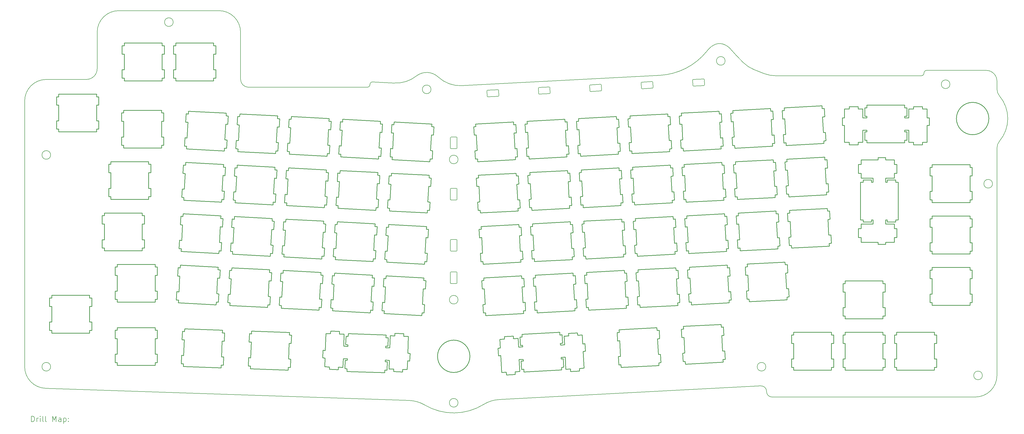
<source format=gbr>
%TF.GenerationSoftware,KiCad,Pcbnew,7.0.7*%
%TF.CreationDate,2023-12-22T23:47:20+01:00*%
%TF.ProjectId,isokey_frame,69736f6b-6579-45f6-9672-616d652e6b69,A*%
%TF.SameCoordinates,Original*%
%TF.FileFunction,Drillmap*%
%TF.FilePolarity,Positive*%
%FSLAX45Y45*%
G04 Gerber Fmt 4.5, Leading zero omitted, Abs format (unit mm)*
G04 Created by KiCad (PCBNEW 7.0.7) date 2023-12-22 23:47:20*
%MOMM*%
%LPD*%
G01*
G04 APERTURE LIST*
%ADD10C,0.250000*%
%ADD11C,0.200000*%
G04 APERTURE END LIST*
D10*
X16082792Y-15059680D02*
X16088029Y-14959767D01*
X8809804Y-17887967D02*
X10207885Y-17961238D01*
X15915053Y-18260338D02*
X15920289Y-18160435D01*
X7552477Y-14657186D02*
X7472397Y-14657186D01*
X34285179Y-11486766D02*
X34285179Y-11546836D01*
X12162092Y-17072194D02*
X12242083Y-17076387D01*
X23556434Y-11469029D02*
X23636424Y-11464836D01*
X30788150Y-11981202D02*
X30868140Y-11977010D01*
X10952958Y-11866920D02*
X10936738Y-12176415D01*
D11*
X18877009Y-17149871D02*
G75*
G03*
X18902003Y-17174871I24991J-9D01*
G01*
D10*
X5604427Y-18600006D02*
X5524527Y-18600006D01*
X36700000Y-15974900D02*
X36700000Y-16074950D01*
X8287880Y-9556191D02*
X8287880Y-9246191D01*
X21712570Y-11154969D02*
X21717809Y-11254931D01*
X33055079Y-19974054D02*
X32974979Y-19974054D01*
D11*
X27850430Y-9829112D02*
G75*
G03*
X27876700Y-9852770I24960J1302D01*
G01*
D10*
X23541463Y-17773482D02*
X23461473Y-17777674D01*
X8712780Y-8666191D02*
X8712780Y-9246191D01*
D11*
X18902003Y-16744873D02*
G75*
G03*
X18877003Y-16769871I-3J-24997D01*
G01*
D10*
X35391679Y-13089116D02*
X35391679Y-12759096D01*
X34516779Y-13414056D02*
X34456679Y-13414056D01*
X12457704Y-12962083D02*
X12377714Y-12957891D01*
X30887850Y-13883591D02*
X30967840Y-13879399D01*
X14658037Y-13968709D02*
X14641817Y-14278204D01*
X30720109Y-10682904D02*
X29322127Y-10756169D01*
X23802410Y-16162537D02*
X23882400Y-16158345D01*
X27015031Y-12784713D02*
X25616850Y-12857988D01*
X34880079Y-18479159D02*
X34880079Y-18379109D01*
X28949531Y-11767214D02*
X28869541Y-11771406D01*
X6468777Y-19216935D02*
X6548677Y-19216935D01*
X36865179Y-19084119D02*
X36785079Y-19084119D01*
X25018180Y-11081966D02*
X25012941Y-10982003D01*
X16490429Y-19182975D02*
X16493829Y-19083075D01*
X25105729Y-20190283D02*
X25185720Y-20186091D01*
X29122057Y-16589704D02*
X29116821Y-16489791D01*
X11016529Y-12180596D02*
X11011293Y-12280509D01*
X31395747Y-15454242D02*
X31411967Y-15763737D01*
X10439837Y-18901707D02*
X9040690Y-18852848D01*
X14522207Y-18087164D02*
X14516972Y-18187067D01*
X14558337Y-15871098D02*
X14542117Y-16180593D01*
X35685179Y-11956806D02*
X35685179Y-11856756D01*
D11*
X18902003Y-11745004D02*
X19098003Y-11745004D01*
D10*
X14804319Y-11177479D02*
X14788093Y-11487084D01*
X25884290Y-17961045D02*
X25889526Y-18060948D01*
X7790597Y-13642456D02*
X7710657Y-13642456D01*
X21359684Y-14072596D02*
X21329327Y-13493361D01*
X14144472Y-17176087D02*
X14160693Y-16866561D01*
X25738014Y-15169925D02*
X25768370Y-15749161D01*
X10505580Y-19314223D02*
X10516401Y-19004352D01*
X38100000Y-15084970D02*
X38180100Y-15084970D01*
X6230647Y-12752366D02*
X6230647Y-13062426D01*
X11485989Y-19925341D02*
X11406138Y-19922553D01*
X30841273Y-12994861D02*
X30921264Y-12990668D01*
X12231430Y-15749150D02*
X12261787Y-15169915D01*
X14889348Y-11081698D02*
X14884109Y-11181661D01*
X21377033Y-19209946D02*
X21204770Y-19218974D01*
X7710657Y-12752366D02*
X7710657Y-12652316D01*
D11*
X18876996Y-12150004D02*
G75*
G03*
X18902003Y-12175004I24994J-6D01*
G01*
X17928306Y-21680954D02*
G75*
G03*
X20108301Y-21658723I1071694J1805954D01*
G01*
D10*
X31376038Y-13547661D02*
X31296047Y-13551853D01*
X17370929Y-20044390D02*
X17380629Y-19764375D01*
X12739428Y-14178504D02*
X12819218Y-14182686D01*
X25757917Y-17076387D02*
X25837708Y-17072205D01*
X12919786Y-18984817D02*
X11520539Y-18935954D01*
X23461473Y-17777674D02*
X23431111Y-17198329D01*
X34146779Y-13334156D02*
X34146779Y-13414056D01*
X27299658Y-16685212D02*
X27219668Y-16689404D01*
X16660126Y-12166020D02*
X16643906Y-12475515D01*
X11032749Y-11871101D02*
X10952958Y-11866920D01*
X18264570Y-11358823D02*
X18184580Y-11354631D01*
X25185720Y-20186091D02*
X25190955Y-20285994D01*
X16099979Y-16262237D02*
X16116199Y-15952742D01*
X23262073Y-13972896D02*
X23231716Y-13393661D01*
X10192980Y-8666191D02*
X10192980Y-8356291D01*
X25522388Y-11055542D02*
X25442597Y-11059724D01*
X22084947Y-18260338D02*
X23482928Y-18187072D01*
X8712780Y-9556191D02*
X8712780Y-9656191D01*
X18090118Y-13157078D02*
X16692036Y-13083807D01*
X16544206Y-14377904D02*
X16623997Y-14382086D01*
X14941529Y-19051925D02*
X14769129Y-19045865D01*
X26988607Y-12280515D02*
X26983371Y-12180602D01*
X18201768Y-12557159D02*
X18217988Y-12247664D01*
X33480079Y-19974054D02*
X33399979Y-19974054D01*
X34069779Y-12759096D02*
X33971779Y-12759096D01*
X29409878Y-13961048D02*
X29489868Y-13956856D01*
D11*
X36300000Y-9470529D02*
X30915662Y-9470529D01*
D10*
X35384879Y-19084119D02*
X35304779Y-19084119D01*
X10329041Y-15649450D02*
X10359397Y-15070215D01*
X8207980Y-9246191D02*
X8207980Y-8666191D01*
X14333219Y-12044072D02*
X14363576Y-11464836D01*
X25360172Y-16080899D02*
X25343952Y-15771403D01*
X8186767Y-12047196D02*
X8266847Y-12047196D01*
X29017121Y-14587402D02*
X27619139Y-14660667D01*
D11*
X19123003Y-15570004D02*
X19123003Y-15950004D01*
D10*
X34976779Y-13261656D02*
X35299679Y-13261656D01*
X32953709Y-15372593D02*
X32873719Y-15376785D01*
X25568970Y-11944382D02*
X25489180Y-11948564D01*
X25442597Y-11059724D02*
X25458823Y-11369329D01*
X12954271Y-20286724D02*
X12965087Y-19976992D01*
X16419361Y-18286767D02*
X17817442Y-18360038D01*
X33399979Y-17179119D02*
X33399979Y-17489179D01*
X23441763Y-15871093D02*
X23361773Y-15875285D01*
X8207980Y-9556191D02*
X8287880Y-9556191D01*
X14212063Y-14355869D02*
X14217299Y-14255956D01*
X28966973Y-20088101D02*
X28961738Y-19988199D01*
X4381807Y-11547243D02*
X5781707Y-11547243D01*
X12295200Y-16062837D02*
X12311420Y-15753342D01*
X32923353Y-14793358D02*
X32907126Y-14483723D01*
X38100000Y-15664840D02*
X38100000Y-15084970D01*
X12682622Y-16789099D02*
X12602831Y-16784917D01*
X8751479Y-17474388D02*
X8735259Y-17783883D01*
D11*
X19307963Y-9838486D02*
X26619452Y-9455307D01*
D10*
X16607010Y-13179539D02*
X16590782Y-13489174D01*
X12918918Y-12280296D02*
X12913682Y-12380209D01*
X29910822Y-17439678D02*
X29830832Y-17443870D01*
X21570403Y-19983886D02*
X21573548Y-20043894D01*
X8881536Y-14992764D02*
X8961316Y-14996945D01*
X6786807Y-12147246D02*
X8186767Y-12147246D01*
X16791738Y-11181398D02*
X16786499Y-11281361D01*
X25297369Y-14882533D02*
X25217578Y-14886715D01*
X29184860Y-17788070D02*
X29264851Y-17783877D01*
D11*
X39099996Y-9670664D02*
G75*
G03*
X38698983Y-9270666I-399996J4D01*
G01*
D10*
X14789647Y-12984107D02*
X14784411Y-13084020D01*
X34516779Y-13261656D02*
X34516779Y-13414056D01*
X21259984Y-12170206D02*
X21229627Y-11590971D01*
X29363302Y-13072318D02*
X29443292Y-13068126D01*
X16739917Y-12170201D02*
X16660126Y-12166020D01*
X23212007Y-11487079D02*
X23195781Y-11177474D01*
X35837579Y-10703776D02*
X35837579Y-11026776D01*
X6072427Y-14967246D02*
X6072427Y-15547276D01*
D11*
X24053825Y-9807107D02*
X24433305Y-9787219D01*
D10*
X23309953Y-14886502D02*
X21911971Y-14959767D01*
X26967151Y-11871106D02*
X26936795Y-11291871D01*
X23247250Y-19019896D02*
X23252060Y-19111680D01*
X7948787Y-17762206D02*
X8028727Y-17762206D01*
D11*
X5807880Y-9207014D02*
X5807880Y-7856290D01*
D10*
X16265965Y-11564536D02*
X16345955Y-11568729D01*
X21375904Y-14382091D02*
X21455894Y-14377899D01*
X23477693Y-18087170D02*
X23557683Y-18082977D01*
X12382950Y-12857978D02*
X10984869Y-12784707D01*
X8632980Y-9246191D02*
X8632980Y-9556191D01*
D11*
X22559579Y-9910877D02*
X22569837Y-10106608D01*
D10*
X33480079Y-19394179D02*
X33480079Y-19974054D01*
X35299679Y-12586686D02*
X34976779Y-12586686D01*
X23683000Y-12353567D02*
X23688237Y-12453480D01*
D11*
X18877003Y-14050004D02*
X18877003Y-13670004D01*
D10*
X31296047Y-13551853D02*
X31312267Y-13861348D01*
X25144552Y-11966625D02*
X25064762Y-11970806D01*
X10737338Y-15981193D02*
X10817129Y-15985375D01*
X31276338Y-11645272D02*
X31196347Y-11649464D01*
D11*
X26351179Y-9932877D02*
G75*
G03*
X26374836Y-9906608I-1299J24957D01*
G01*
D10*
X33055079Y-19084119D02*
X32974979Y-19084119D01*
X8861622Y-16899224D02*
X8831260Y-17478569D01*
X15966871Y-17271594D02*
X16046861Y-17275787D01*
X14413210Y-12048264D02*
X14333219Y-12044072D01*
X35446779Y-14814166D02*
X35446779Y-13414056D01*
X23096702Y-19443275D02*
X22944311Y-19451262D01*
D11*
X3124557Y-10407014D02*
X3124557Y-20261594D01*
D10*
X35446779Y-13414056D02*
X35346879Y-13414056D01*
X16440817Y-17877369D02*
X16361026Y-17873187D01*
X12655948Y-15771398D02*
X12639728Y-16080893D01*
X10405287Y-19891094D02*
X10425529Y-19311428D01*
X21208163Y-11181403D02*
X19810181Y-11254668D01*
X34046679Y-14814166D02*
X34146779Y-14814166D01*
X10112880Y-8356291D02*
X10112880Y-8256191D01*
D11*
X22559580Y-9910877D02*
G75*
G03*
X22533305Y-9887220I-24970J-1313D01*
G01*
D10*
X26920569Y-10982266D02*
X26915330Y-10882303D01*
X23110552Y-11081703D02*
X21712570Y-11154969D01*
D11*
X3897677Y-21061143D02*
X17356230Y-21513606D01*
D10*
X25012941Y-10982003D02*
X23614960Y-11055269D01*
D11*
X18877003Y-15950004D02*
X18877003Y-15570004D01*
D10*
X14112363Y-16258258D02*
X14117599Y-16158345D01*
X11506231Y-19345674D02*
X11485989Y-19925341D01*
X18168354Y-11664236D02*
X18248345Y-11668429D01*
X16690482Y-11586784D02*
X16770273Y-11590966D01*
X29373948Y-11744972D02*
X29293958Y-11749164D01*
X21493558Y-20048086D02*
X21509778Y-20357581D01*
X21528721Y-17298029D02*
X21608712Y-17293837D01*
X36785079Y-20384156D02*
X36785079Y-20284110D01*
D11*
X19123003Y-11770004D02*
X19123003Y-12150004D01*
D10*
X38100000Y-16074950D02*
X38100000Y-15974900D01*
X35837579Y-11933806D02*
X36010079Y-11933806D01*
X15936509Y-17850939D02*
X15966871Y-17271594D01*
X29263602Y-11169929D02*
X29343592Y-11165737D01*
X26520898Y-18914471D02*
X26515669Y-18814698D01*
X27166551Y-15675885D02*
X27136195Y-15096650D01*
X36594979Y-11306776D02*
X36594979Y-11026776D01*
X34976779Y-13414056D02*
X34976779Y-13261656D01*
X21580539Y-18286772D02*
X21575304Y-18186870D01*
X23395179Y-14982223D02*
X23315189Y-14986415D01*
X10608431Y-11848864D02*
X10528441Y-11844672D01*
X5781707Y-10147156D02*
X4381807Y-10147156D01*
X23295479Y-13079833D02*
X23215489Y-13084026D01*
X6727980Y-8666191D02*
X6807880Y-8666191D01*
X10309331Y-17556032D02*
X10229341Y-17551839D01*
X21608712Y-17293837D02*
X21592490Y-16984312D01*
X7948787Y-19216935D02*
X8028727Y-19216935D01*
X31494979Y-19974054D02*
X31494979Y-20284110D01*
X9082480Y-12685007D02*
X9077243Y-12784920D01*
X32707727Y-10678974D02*
X32627737Y-10683166D01*
X14162529Y-19652065D02*
X14152829Y-19931942D01*
X35299679Y-14966706D02*
X34976779Y-14966706D01*
X8834959Y-15881494D02*
X8914740Y-15885675D01*
X29168641Y-17478574D02*
X29138278Y-16899229D01*
X35304779Y-20284110D02*
X35384879Y-20284110D01*
X14769129Y-19045865D02*
X14772529Y-18947885D01*
X23887637Y-16258258D02*
X25285618Y-16184993D01*
X33630179Y-10611876D02*
X33630179Y-10703776D01*
X14316999Y-12353567D02*
X14396990Y-12357759D01*
X30805338Y-10778674D02*
X30725348Y-10782866D01*
X16706708Y-11277179D02*
X16690482Y-11586784D01*
X19934828Y-15163572D02*
X19951055Y-15473207D01*
D11*
X15900000Y-9805013D02*
X15900000Y-9797539D01*
D10*
X23331416Y-15296050D02*
X23411407Y-15291858D01*
X10655013Y-10960024D02*
X10575023Y-10955831D01*
X10359397Y-15070215D02*
X10439388Y-15074407D01*
X27718839Y-16563056D02*
X27724075Y-16662969D01*
X14721607Y-14282386D02*
X14716371Y-14382299D01*
X10508731Y-13751253D02*
X10428741Y-13747061D01*
D11*
X20659579Y-10010877D02*
X20669837Y-10206608D01*
D10*
X30851920Y-11667514D02*
X30771930Y-11671706D01*
X18118288Y-14150053D02*
X18038298Y-14145861D01*
X16618760Y-14481999D02*
X18016842Y-14555269D01*
X21684401Y-12147964D02*
X21700621Y-12457459D01*
D11*
X18902003Y-16744871D02*
X19098003Y-16744871D01*
D10*
X27287707Y-17987672D02*
X27282471Y-17887770D01*
X7710657Y-14052426D02*
X7710657Y-13952376D01*
X18184580Y-11354631D02*
X18189819Y-11254668D01*
X33960179Y-10611876D02*
X33630179Y-10611876D01*
X8632980Y-9556191D02*
X8712780Y-9556191D01*
X17298229Y-19761615D02*
X17320029Y-19134885D01*
X31325023Y-17675908D02*
X31405014Y-17671716D01*
X27114731Y-14687102D02*
X25716550Y-14760377D01*
X36010079Y-10611876D02*
X36010079Y-10703776D01*
X31575079Y-19084119D02*
X31494979Y-19084119D01*
X36619900Y-15974900D02*
X36700000Y-15974900D01*
X29049231Y-13669604D02*
X28969241Y-13673796D01*
X5524527Y-18600006D02*
X5524527Y-18019986D01*
X23702710Y-14260148D02*
X23782700Y-14255956D01*
X23719897Y-13057591D02*
X23639907Y-13061783D01*
X27136195Y-15096650D02*
X27216185Y-15092458D01*
X6548677Y-16872146D02*
X6548677Y-17452286D01*
X28919174Y-11187979D02*
X28902949Y-10878374D01*
X21455894Y-14377899D02*
X21439674Y-14068404D01*
X6786807Y-10747116D02*
X6786807Y-10847216D01*
X31388794Y-17362221D02*
X31308803Y-17366413D01*
X21281440Y-12579615D02*
X21276204Y-12479702D01*
X10811893Y-16085288D02*
X12209974Y-16158558D01*
X16114452Y-14455569D02*
X16119689Y-14355656D01*
X27592715Y-14156469D02*
X28990697Y-14083204D01*
X8977543Y-14687310D02*
X8897763Y-14683128D01*
X29473648Y-13647361D02*
X29393658Y-13651553D01*
X34960179Y-19974054D02*
X34880079Y-19974054D01*
X14160693Y-16866561D02*
X14080703Y-16862369D01*
X23753772Y-19085386D02*
X23581508Y-19094414D01*
X21409317Y-13489168D02*
X21393090Y-13179533D01*
X34069779Y-15641676D02*
X34696779Y-15641676D01*
X23231716Y-13393661D02*
X23311707Y-13389468D01*
X23051520Y-19966437D02*
X22971530Y-19970629D01*
X25122916Y-18987736D02*
X25042926Y-18991928D01*
X38100000Y-16679910D02*
X38100000Y-16579860D01*
X29830832Y-17443870D02*
X29847052Y-17753366D01*
X16592337Y-14986197D02*
X16587100Y-15086110D01*
X12916299Y-19084666D02*
X12919786Y-18984817D01*
X19931346Y-13566626D02*
X19961702Y-14145861D01*
X25117688Y-18887963D02*
X25122916Y-18987736D01*
X30967840Y-13879399D02*
X30951620Y-13569904D01*
X11437201Y-19033015D02*
X11426380Y-19342886D01*
X29463002Y-14974707D02*
X29542992Y-14970515D01*
X16507310Y-15081928D02*
X16491083Y-15391563D01*
X25260472Y-14178509D02*
X25244252Y-13869014D01*
X16262483Y-13161483D02*
X16182492Y-13157291D01*
X36619900Y-16679910D02*
X36619900Y-16989970D01*
X9108903Y-12180809D02*
X10506985Y-12254080D01*
X20097332Y-18264327D02*
X20177322Y-18260135D01*
D11*
X29722120Y-8988986D02*
G75*
G03*
X30106677Y-9240719I837320J859526D01*
G01*
D10*
X31224517Y-10656469D02*
X31229755Y-10756431D01*
X12258304Y-16766861D02*
X12178314Y-16762669D01*
X27587479Y-14056556D02*
X27592715Y-14156469D01*
D11*
X19123006Y-11770004D02*
G75*
G03*
X19098003Y-11745004I-25006J-6D01*
G01*
D10*
X16187729Y-13057378D02*
X14789647Y-12984107D01*
X27624375Y-14760580D02*
X27544385Y-14764772D01*
X14784411Y-13084020D02*
X14704621Y-13079839D01*
X21439674Y-14068404D02*
X21359684Y-14072596D01*
X35685179Y-10966806D02*
X35765279Y-10966806D01*
X22079711Y-18160435D02*
X22084947Y-18260338D01*
X10293111Y-17865527D02*
X10309331Y-17556032D01*
X29322127Y-10756169D02*
X29327366Y-10856131D01*
X14260393Y-14964172D02*
X14180403Y-14959980D01*
X12242083Y-17076387D02*
X12258304Y-16766861D01*
X12619818Y-17987464D02*
X12614582Y-18087367D01*
X9026382Y-19262568D02*
X9006140Y-19842235D01*
D11*
X20253825Y-10007108D02*
G75*
G03*
X20230168Y-10033381I1305J-24962D01*
G01*
D10*
X12666400Y-17098624D02*
X12636038Y-17677969D01*
X34976779Y-14814166D02*
X35036679Y-14814166D01*
X7948787Y-16562196D02*
X7948787Y-16462146D01*
X7948787Y-16462146D02*
X6548677Y-16462146D01*
X29038584Y-14996950D02*
X29118574Y-14992758D01*
X31149765Y-10760624D02*
X31165991Y-11070229D01*
X14772529Y-18947885D02*
X14442829Y-18936445D01*
X21592490Y-16984312D02*
X21512500Y-16988504D01*
X14280103Y-13057591D02*
X14285339Y-12957678D01*
X6548677Y-20206915D02*
X7948787Y-20206915D01*
D11*
X18424174Y-9515338D02*
G75*
G03*
X19307963Y-9838486I820987J875218D01*
G01*
D10*
X36785079Y-19974054D02*
X36785079Y-19394179D01*
X32969929Y-15682088D02*
X32953709Y-15372593D01*
X21853445Y-15373507D02*
X21933435Y-15369315D01*
X36700000Y-16579860D02*
X36700000Y-16679910D01*
X25185918Y-14282604D02*
X25180682Y-14182691D01*
D11*
X22140430Y-10129112D02*
G75*
G03*
X22166700Y-10152770I24960J1302D01*
G01*
D10*
X10492511Y-14060748D02*
X10508731Y-13751253D01*
D11*
X24040430Y-10029112D02*
G75*
G03*
X24066700Y-10052770I24960J1302D01*
G01*
D10*
X25716550Y-14760377D02*
X25721786Y-14860290D01*
X20637477Y-19572158D02*
X20652132Y-19851794D01*
D11*
X27850426Y-9829113D02*
X27840168Y-9633381D01*
D10*
X7948787Y-19796955D02*
X7948787Y-19216935D01*
X29446774Y-14665072D02*
X29463002Y-14974707D01*
X6310557Y-12752366D02*
X6230647Y-12752366D01*
X21521736Y-19055261D02*
X21526965Y-19155034D01*
X30987550Y-15785980D02*
X31067540Y-15781788D01*
X34132579Y-11486766D02*
X34285179Y-11486766D01*
X32974979Y-20284110D02*
X33055079Y-20284110D01*
X34976779Y-14966706D02*
X34976779Y-14814166D01*
D11*
X19123003Y-13670004D02*
X19123003Y-14050004D01*
D10*
X36619900Y-14774910D02*
X36619900Y-15084970D01*
X34285179Y-11026776D02*
X34132579Y-11026776D01*
D11*
X36505234Y-9270668D02*
G75*
G03*
X36400000Y-9370529I-5244J-99852D01*
G01*
D10*
X32622498Y-10583204D02*
X31224517Y-10656469D01*
X16459329Y-20072499D02*
X16461329Y-20012555D01*
X19997632Y-16361937D02*
X20077622Y-16357745D01*
X7948787Y-17862246D02*
X7948787Y-17762206D01*
X38100000Y-14069900D02*
X38180100Y-14069900D01*
X14097890Y-18064927D02*
X14114110Y-17755432D01*
X30819810Y-12585313D02*
X29421828Y-12658578D01*
X15011229Y-19131435D02*
X15000529Y-19441225D01*
D11*
X39100000Y-20584159D02*
X39100000Y-12152703D01*
D10*
X19983158Y-14555269D02*
X21381140Y-14482004D01*
X27571259Y-13747061D02*
X27491269Y-13751253D01*
X33480079Y-18984069D02*
X33480079Y-19084119D01*
X36512379Y-11933806D02*
X36512379Y-11306776D01*
D11*
X19098003Y-15975004D02*
X18902003Y-15975004D01*
D10*
X18164872Y-13261183D02*
X18084882Y-13256991D01*
X20870512Y-19144455D02*
X20875322Y-19236239D01*
X29218269Y-16895037D02*
X29202047Y-16585512D01*
X12719518Y-16085075D02*
X12714282Y-16184988D01*
X4044517Y-18600006D02*
X4044517Y-18909926D01*
D11*
X4084557Y-12407013D02*
G75*
G03*
X4084557Y-12407013I-160000J0D01*
G01*
D10*
X5781707Y-11447197D02*
X5861807Y-11447197D01*
X9009203Y-14083199D02*
X10407285Y-14156469D01*
X28915162Y-19099478D02*
X28995052Y-19095291D01*
X27036495Y-13194261D02*
X27116485Y-13190068D01*
X10409031Y-15653642D02*
X10329041Y-15649450D01*
X16214152Y-12553180D02*
X16219389Y-12453267D01*
X30725348Y-10782866D02*
X30720109Y-10682904D01*
X25385318Y-18087372D02*
X25380082Y-17987470D01*
X18002368Y-16361937D02*
X18018588Y-16052442D01*
X10485338Y-19893890D02*
X10405287Y-19891094D01*
X36700000Y-13759840D02*
X36619900Y-13759840D01*
X8186767Y-10847216D02*
X8186767Y-10747116D01*
X35036679Y-14894106D02*
X35346879Y-14894106D01*
X36700000Y-12769870D02*
X36700000Y-12869910D01*
X10455615Y-14764772D02*
X10375625Y-14760580D01*
X35765279Y-11546836D02*
X35685179Y-11546836D01*
X36512379Y-11306776D02*
X36594979Y-11306776D01*
X14152829Y-19931942D02*
X14235329Y-19934835D01*
D11*
X30106677Y-9240718D02*
G75*
G03*
X30484556Y-9390416I7893103J19372628D01*
G01*
D10*
X27568892Y-20161372D02*
X28966973Y-20088101D01*
X28890997Y-12180815D02*
X28885760Y-12080902D01*
X31067540Y-15781788D02*
X31051320Y-15472293D01*
X36700000Y-13179970D02*
X36700000Y-13759840D01*
X30921264Y-12990668D02*
X30905036Y-12681033D01*
X32727435Y-12585526D02*
X32722199Y-12485613D01*
X19600000Y-19875000D02*
G75*
G03*
X19600000Y-19875000I-600000J0D01*
G01*
X31330259Y-17775811D02*
X31325023Y-17675908D01*
X9176942Y-10882561D02*
X9097161Y-10878380D01*
X26663691Y-20108634D02*
X26647471Y-19799139D01*
X21492790Y-15081923D02*
X21412800Y-15086115D01*
D11*
X28269580Y-9610877D02*
G75*
G03*
X28243305Y-9587220I-24970J-1313D01*
G01*
D10*
X8883080Y-16489786D02*
X8877843Y-16589699D01*
X31329454Y-12658791D02*
X31249464Y-12662983D01*
D11*
X19098003Y-15975003D02*
G75*
G03*
X19123003Y-15950004I-3J25003D01*
G01*
D10*
X25588880Y-13850953D02*
X25605100Y-14160448D01*
X25458823Y-11369329D02*
X25538614Y-11365147D01*
X16246255Y-13471118D02*
X16262483Y-13161483D01*
X34960179Y-20284110D02*
X34960179Y-19974054D01*
X38180100Y-16989970D02*
X38180100Y-16679910D01*
X4381807Y-11137141D02*
X4301707Y-11137141D01*
D11*
X18876996Y-14050004D02*
G75*
G03*
X18902003Y-14075004I24994J-6D01*
G01*
D10*
X22987750Y-20280124D02*
X23067740Y-20275932D01*
X10192980Y-9556191D02*
X10192980Y-9246191D01*
D11*
X22140426Y-10129113D02*
X22130168Y-9933381D01*
D10*
X27493015Y-12254080D02*
X28890997Y-12180815D01*
X14114110Y-17755432D02*
X14034119Y-17751239D01*
X31004736Y-14583423D02*
X30924746Y-14587615D01*
X20703058Y-19245267D02*
X20719963Y-19567835D01*
X27407789Y-12158359D02*
X27487779Y-12154167D01*
X38180100Y-17569845D02*
X38100000Y-17569845D01*
X27483866Y-20065651D02*
X27563656Y-20061469D01*
X23736124Y-13367226D02*
X23766481Y-13946461D01*
X11517052Y-19035803D02*
X11437201Y-19033015D01*
X38100000Y-13759840D02*
X38100000Y-13179970D01*
X25042926Y-18991928D02*
X25059154Y-19301563D01*
X20652132Y-19851794D02*
X20734618Y-19847471D01*
D11*
X28363710Y-8563125D02*
G75*
G03*
X28413660Y-8500003I-3861530J3107045D01*
G01*
D10*
X10112880Y-9556191D02*
X10192980Y-9556191D01*
X20109282Y-16961856D02*
X20114518Y-17061769D01*
X34146779Y-13414056D02*
X34046679Y-13414056D01*
X23144172Y-20349062D02*
X23316435Y-20340034D01*
X8897763Y-14683128D02*
X8881536Y-14992764D01*
X26647471Y-19799139D02*
X26567481Y-19803331D01*
X32674319Y-11572006D02*
X32643963Y-10992771D01*
X27692415Y-16058858D02*
X29090397Y-15985593D01*
X6230647Y-13642456D02*
X6230647Y-13952376D01*
X20114518Y-17061769D02*
X20034528Y-17065961D01*
X8914740Y-15885675D02*
X8909503Y-15985588D01*
X4044517Y-17709926D02*
X4044517Y-18019986D01*
X34456679Y-13334156D02*
X34146779Y-13334156D01*
X18121778Y-12552967D02*
X18201768Y-12557159D01*
X21293392Y-11277174D02*
X21213401Y-11281366D01*
X25112642Y-12884413D02*
X23714661Y-12957678D01*
X21999721Y-18164627D02*
X22079711Y-18160435D01*
X14180403Y-14959980D02*
X14185639Y-14860067D01*
X16016499Y-17855132D02*
X15936509Y-17850939D01*
X35837579Y-11486766D02*
X35837579Y-11933806D01*
X28822958Y-10882566D02*
X28817720Y-10782603D01*
X23511101Y-17194137D02*
X23494879Y-16884612D01*
X10717429Y-17887764D02*
X10712193Y-17987667D01*
X27421063Y-18867295D02*
X27437290Y-19176930D01*
X27182771Y-15985380D02*
X27262761Y-15981188D01*
X7948787Y-16872146D02*
X8028727Y-16872146D01*
X10192980Y-8356291D02*
X10112880Y-8356291D01*
D11*
X27863825Y-9607108D02*
G75*
G03*
X27840168Y-9633381I1305J-24962D01*
G01*
D10*
X27471559Y-11844672D02*
X27391569Y-11848864D01*
X34960179Y-19084119D02*
X34880079Y-19084119D01*
X27491269Y-13751253D02*
X27507489Y-14060748D01*
X7710657Y-13062426D02*
X7790597Y-13062426D01*
D11*
X30575077Y-21171753D02*
G75*
G03*
X30364612Y-20972027I-199997J3D01*
G01*
D10*
X9061016Y-13094555D02*
X9030660Y-13673790D01*
X14538427Y-17777669D02*
X14458637Y-17773487D01*
X25089509Y-19880788D02*
X25105729Y-20190283D01*
X25317278Y-16789104D02*
X25312042Y-16689191D01*
D11*
X20253825Y-10007107D02*
X20633305Y-9987219D01*
D10*
X23656134Y-13371418D02*
X23736124Y-13367226D01*
X23755834Y-15273807D02*
X23835824Y-15269615D01*
X25343952Y-15771403D02*
X25264162Y-15775585D01*
X4044517Y-18019986D02*
X4124557Y-18019986D01*
X29521528Y-14560967D02*
X29526765Y-14660880D01*
X7948787Y-18806965D02*
X6548677Y-18806965D01*
X23342063Y-13968704D02*
X23262073Y-13972896D01*
X14704621Y-13079839D02*
X14688393Y-13389474D01*
X34069779Y-14966706D02*
X34069779Y-15139106D01*
X6072427Y-14657186D02*
X5992387Y-14657186D01*
X5992387Y-14967246D02*
X6072427Y-14967246D01*
X8997463Y-12780739D02*
X8981236Y-13090374D01*
X10512221Y-12154167D02*
X10592211Y-12158359D01*
X36700000Y-14774910D02*
X36619900Y-14774910D01*
X30871630Y-13574096D02*
X30841273Y-12994861D01*
X16088029Y-14959767D02*
X14689947Y-14886497D01*
D11*
X20240430Y-10229112D02*
G75*
G03*
X20266700Y-10252770I24960J1302D01*
G01*
D10*
X21734035Y-11564536D02*
X21764391Y-12143772D01*
X10936738Y-12176415D02*
X11016529Y-12180596D01*
X38100000Y-12769870D02*
X36700000Y-12769870D01*
X16448529Y-20382284D02*
X16528529Y-20385177D01*
X6548677Y-18806965D02*
X6548677Y-18906875D01*
X34696779Y-15724086D02*
X34976779Y-15724086D01*
X7472397Y-15957246D02*
X7472397Y-15857196D01*
X15094729Y-19034285D02*
X15091329Y-19134195D01*
X33480079Y-20384156D02*
X34880079Y-20384156D01*
X14516972Y-18187067D02*
X15915053Y-18260338D01*
X33971779Y-12759096D02*
X33971779Y-13089116D01*
X12414610Y-12253867D02*
X12494600Y-12258059D01*
X14217299Y-14255956D02*
X14297290Y-14260148D01*
D11*
X36300000Y-9470530D02*
G75*
G03*
X36400000Y-9370529I0J100000D01*
G01*
D10*
X34205079Y-11546836D02*
X34205079Y-11856756D01*
X34880079Y-18984069D02*
X33480079Y-18984069D01*
X7948787Y-18906875D02*
X7948787Y-18806965D01*
X23215489Y-13084026D02*
X23210253Y-12984113D01*
X12358004Y-14864472D02*
X12278014Y-14860280D01*
X12787558Y-14786797D02*
X12782322Y-14886710D01*
X18137998Y-12243472D02*
X18168354Y-11664236D01*
X6548677Y-20106875D02*
X6548677Y-20206915D01*
X29293958Y-11749164D02*
X29310178Y-12058659D01*
X33630179Y-12031766D02*
X33960179Y-12031766D01*
X35765279Y-10656776D02*
X35685179Y-10656776D01*
X28917421Y-12685013D02*
X27519439Y-12758278D01*
X35837579Y-11026776D02*
X35685179Y-11026776D01*
X4301707Y-10247206D02*
X4301707Y-10557266D01*
X31358432Y-16782876D02*
X31342210Y-16473351D01*
X14867884Y-11491266D02*
X14837527Y-12070501D01*
D11*
X3924557Y-9607014D02*
X5407880Y-9607014D01*
D10*
X19883458Y-12652880D02*
X21281440Y-12579615D01*
X10213121Y-17861335D02*
X10293111Y-17865527D01*
X27020268Y-12884626D02*
X27015031Y-12784713D01*
X8815040Y-17788064D02*
X8809804Y-17887967D01*
X12766094Y-15196345D02*
X12735738Y-15775580D01*
X10229341Y-17551839D02*
X10259703Y-16972494D01*
X16775029Y-20346731D02*
X16771829Y-20438647D01*
X8982780Y-14587397D02*
X8977543Y-14687310D01*
X34516779Y-14814166D02*
X34516779Y-14966706D01*
X27246541Y-15671693D02*
X27166551Y-15675885D01*
D11*
X30775079Y-21384159D02*
X38300000Y-21384159D01*
D10*
X25489180Y-11948564D02*
X25505400Y-12258059D01*
X6310557Y-14052426D02*
X7710657Y-14052426D01*
X6807880Y-8666191D02*
X6807880Y-9246191D01*
X32627737Y-10683166D02*
X32622498Y-10583204D01*
X6310557Y-13642456D02*
X6230647Y-13642456D01*
X8186767Y-11157246D02*
X8266847Y-11157246D01*
X12687858Y-16689186D02*
X12682622Y-16789099D01*
X10911593Y-14182899D02*
X12309674Y-14256169D01*
X22016908Y-16962069D02*
X21936917Y-16966261D01*
X12714282Y-16184988D02*
X14112363Y-16258258D01*
X33457579Y-11933806D02*
X33630179Y-11933806D01*
X27088307Y-14182904D02*
X27083071Y-14082991D01*
X31575079Y-19394179D02*
X31575079Y-19974054D01*
X11426380Y-19342886D02*
X11506231Y-19345674D01*
X33480079Y-17079079D02*
X33480079Y-17179119D01*
X14263876Y-13367226D02*
X14343866Y-13371418D01*
X12882022Y-12984320D02*
X12802231Y-12980139D01*
X29784248Y-16555000D02*
X29800470Y-16864525D01*
X23714661Y-12957678D02*
X23719897Y-13057591D01*
X8186767Y-12147246D02*
X8186767Y-12047196D01*
X31196347Y-11649464D02*
X31212567Y-11958959D01*
X12755648Y-13869009D02*
X12739428Y-14178504D01*
X29310178Y-12058659D02*
X29390168Y-12054467D01*
X31212567Y-11958959D02*
X31292558Y-11954767D01*
X16444929Y-20482191D02*
X16448529Y-20382284D01*
X8995324Y-20151966D02*
X8991832Y-20251945D01*
X14297290Y-14260148D02*
X14313510Y-13950653D01*
X25638314Y-13267536D02*
X25668670Y-13846771D01*
X31020964Y-14893058D02*
X31004736Y-14583423D01*
X12835438Y-13873190D02*
X12755648Y-13869009D01*
X12735738Y-15775580D02*
X12655948Y-15771398D01*
X21274273Y-20545172D02*
X21269145Y-20447328D01*
X12557402Y-11059724D02*
X12477412Y-11055531D01*
X23557683Y-18082977D02*
X23541463Y-17773482D01*
X12855348Y-11966620D02*
X12839128Y-12276115D01*
X6468777Y-17762206D02*
X6548677Y-17762206D01*
X14684711Y-14986410D02*
X14604921Y-14982228D01*
X26537125Y-19224106D02*
X26617115Y-19219914D01*
X16199679Y-14359848D02*
X16215899Y-14050353D01*
D11*
X25958825Y-9707107D02*
X26338305Y-9687219D01*
D10*
X20009582Y-15059467D02*
X20014818Y-15159380D01*
X10112880Y-9656191D02*
X10112880Y-9556191D01*
X16219389Y-12453267D02*
X16299379Y-12457459D01*
X9077243Y-12784920D02*
X8997463Y-12780739D01*
X29041628Y-19984012D02*
X29025408Y-19674516D01*
X23120776Y-19902635D02*
X23144172Y-20349062D01*
X21339974Y-12166014D02*
X21259984Y-12170206D01*
X23818147Y-20313741D02*
X23785332Y-19687590D01*
X33480079Y-18479159D02*
X34880079Y-18479159D01*
X34456679Y-14894106D02*
X34456679Y-14814166D01*
X17890718Y-16961856D02*
X16492637Y-16888586D01*
X25616850Y-12857988D02*
X25622086Y-12957901D01*
X23242363Y-12066314D02*
X23162373Y-12070506D01*
X5524527Y-18909926D02*
X5604427Y-18909926D01*
X16166265Y-13466926D02*
X16246255Y-13471118D01*
X21269145Y-20447328D02*
X21441409Y-20438300D01*
X38180100Y-16679910D02*
X38100000Y-16679910D01*
X33055079Y-19394179D02*
X33055079Y-19084119D01*
X23814361Y-14860067D02*
X23819597Y-14959980D01*
X11011293Y-12280509D02*
X12409374Y-12353780D01*
X12870929Y-20383914D02*
X12874420Y-20283935D01*
D11*
X19160000Y-21599002D02*
G75*
G03*
X19160000Y-21599002I-160000J0D01*
G01*
D10*
X31312267Y-13861348D02*
X31392258Y-13857156D01*
X20077622Y-16357745D02*
X20082858Y-16457658D01*
X4381807Y-10247206D02*
X4301707Y-10247206D01*
X25622086Y-12957901D02*
X25542296Y-12962083D01*
X22033129Y-17271594D02*
X22063491Y-17850939D01*
D11*
X17928306Y-21680955D02*
G75*
G03*
X17356230Y-21513606I-612396J-1031965D01*
G01*
D10*
X4381807Y-10557266D02*
X4381807Y-11137141D01*
X34696779Y-15641676D02*
X34696779Y-15724086D01*
D11*
X19098003Y-12175004D02*
X18902003Y-12175004D01*
D10*
X36619900Y-15084970D02*
X36700000Y-15084970D01*
X17838898Y-17950639D02*
X17869260Y-17371294D01*
X14668484Y-15296045D02*
X14638127Y-15875280D01*
X25688580Y-15753342D02*
X25704799Y-16062837D01*
X8930960Y-15576180D02*
X8851179Y-15571999D01*
D11*
X26364580Y-9710877D02*
G75*
G03*
X26338305Y-9687220I-24970J-1313D01*
G01*
D10*
X34880079Y-19084119D02*
X34880079Y-18984069D01*
X18018588Y-16052442D02*
X17938598Y-16048250D01*
X6807880Y-8356291D02*
X6727980Y-8356291D01*
X38100000Y-17569845D02*
X38100000Y-16989970D01*
X25169500Y-19876596D02*
X25089509Y-19880788D01*
X17922378Y-16357745D02*
X18002368Y-16361937D01*
X36010079Y-10703776D02*
X35837579Y-10703776D01*
X27083071Y-14082991D02*
X27163061Y-14078799D01*
X5524527Y-17709926D02*
X5524527Y-17610016D01*
X10192980Y-9246191D02*
X10112880Y-9246191D01*
X38180100Y-12869910D02*
X38100000Y-12869910D01*
X21654045Y-11568729D02*
X21734035Y-11564536D01*
X27346241Y-17574082D02*
X27266251Y-17578274D01*
X6548677Y-17762206D02*
X6548677Y-17862246D01*
X29025408Y-19674516D02*
X28945518Y-19678703D01*
X27262761Y-15981188D02*
X27246541Y-15671693D01*
X17990418Y-15059467D02*
X16592337Y-14986197D01*
X35304779Y-19394179D02*
X35384879Y-19394179D01*
X12283250Y-14760367D02*
X10885169Y-14687097D01*
X14213810Y-15853042D02*
X14133819Y-15848850D01*
X4381807Y-11447197D02*
X4381807Y-11547243D01*
X16491083Y-15391563D02*
X16570873Y-15395745D01*
X21784101Y-14050353D02*
X21800321Y-14359848D01*
X23361773Y-15875285D02*
X23331416Y-15296050D01*
X14360093Y-13061783D02*
X14280103Y-13057591D01*
D11*
X39194120Y-11894953D02*
G75*
G03*
X39100000Y-12152703I305861J-257747D01*
G01*
D10*
X7552477Y-15857196D02*
X7552477Y-15547276D01*
X5992387Y-14657186D02*
X5992387Y-14967246D01*
D11*
X27863825Y-9607107D02*
X28243305Y-9587219D01*
D10*
X10575023Y-10955831D02*
X10580262Y-10855869D01*
X10428741Y-13747061D02*
X10459097Y-13167826D01*
X25788280Y-17655732D02*
X25804499Y-17965227D01*
X19951055Y-15473207D02*
X20031046Y-15469015D01*
X14689947Y-14886497D02*
X14684711Y-14986410D01*
X12541177Y-11369329D02*
X12557402Y-11059724D01*
X29085160Y-15885680D02*
X29165151Y-15881488D01*
X16315599Y-12147964D02*
X16235609Y-12143772D01*
X6786807Y-10847216D02*
X6706897Y-10847216D01*
X16282191Y-11254931D02*
X16287430Y-11154969D01*
X4301707Y-10557266D02*
X4381807Y-10557266D01*
X23866181Y-15848850D02*
X23786190Y-15853042D01*
X29065451Y-13979099D02*
X29049231Y-13669604D01*
X12981720Y-11081961D02*
X12901930Y-11077779D01*
X12782322Y-14886710D02*
X12702531Y-14882528D01*
X19835128Y-13261183D02*
X19851355Y-13570818D01*
X27441203Y-11265436D02*
X27471559Y-11844672D01*
X25333500Y-17098629D02*
X25413290Y-17094448D01*
X31475738Y-15450050D02*
X31395747Y-15454242D01*
X36512379Y-10703776D02*
X36339879Y-10703776D01*
X34205079Y-11856756D02*
X34285179Y-11856756D01*
X25380082Y-17987470D02*
X25459872Y-17983288D01*
X33399979Y-17489179D02*
X33480079Y-17489179D01*
X8981236Y-13090374D02*
X9061016Y-13094555D01*
X22968385Y-19910621D02*
X23120776Y-19902635D01*
X22063491Y-17850939D02*
X21983501Y-17855132D01*
X34976779Y-12586686D02*
X34976779Y-12504136D01*
X6310557Y-12652316D02*
X6310557Y-12752366D01*
X25789826Y-16158569D02*
X27188007Y-16085293D01*
D11*
X19123009Y-16769871D02*
G75*
G03*
X19098003Y-16744871I-25009J-9D01*
G01*
D10*
X36619900Y-13759840D02*
X36619900Y-14069900D01*
X34960179Y-18379109D02*
X34960179Y-18069049D01*
X16162783Y-15063872D02*
X16082792Y-15059680D01*
X8712780Y-8356291D02*
X8632980Y-8356291D01*
X31256984Y-16377630D02*
X29859002Y-16450895D01*
X27199958Y-14782823D02*
X27119968Y-14787015D01*
X29509578Y-15863437D02*
X29589568Y-15859245D01*
X25704799Y-16062837D02*
X25784590Y-16058656D01*
X25285618Y-16184993D02*
X25280382Y-16085080D01*
X29395404Y-12154380D02*
X30793386Y-12081115D01*
X10412521Y-14056556D02*
X10492511Y-14060748D01*
X28817720Y-10782603D02*
X27419738Y-10855869D01*
X23902110Y-18064927D02*
X23982100Y-18060735D01*
X32974979Y-20384156D02*
X32974979Y-20284110D01*
X23178593Y-12380002D02*
X23258583Y-12375810D01*
X36865179Y-19394179D02*
X36865179Y-19084119D01*
X27670959Y-15649450D02*
X27590969Y-15653642D01*
X30971330Y-15476485D02*
X30940973Y-14897250D01*
X23132016Y-11491271D02*
X23212007Y-11487079D01*
X10480561Y-12758278D02*
X9082480Y-12685007D01*
X25658223Y-15174107D02*
X25738014Y-15169925D01*
X21655294Y-18182677D02*
X21639074Y-17873182D01*
X32690539Y-11881502D02*
X32770529Y-11877310D01*
X14616671Y-16284688D02*
X16014752Y-16357958D01*
X34696779Y-12504136D02*
X34696779Y-12586686D01*
D11*
X24053825Y-9807108D02*
G75*
G03*
X24030168Y-9833381I1305J-24962D01*
G01*
D10*
X25690126Y-14256179D02*
X27088307Y-14182904D01*
X25821486Y-16762680D02*
X25741696Y-16766861D01*
X23210253Y-12984113D02*
X21812271Y-13057378D01*
X27786879Y-17861335D02*
X27792115Y-17961238D01*
X23688237Y-12453480D02*
X25086218Y-12380215D01*
X36619900Y-14069900D02*
X36700000Y-14069900D01*
X9040690Y-18852848D02*
X9037203Y-18952697D01*
D11*
X6607880Y-7056290D02*
X10310000Y-7056290D01*
D10*
X5781707Y-11547243D02*
X5781707Y-11447197D01*
X10853258Y-13769309D02*
X10837038Y-14078804D01*
X31308803Y-17366413D02*
X31278441Y-16787068D01*
X21883801Y-15952742D02*
X21900021Y-16262237D01*
X28985460Y-13983291D02*
X29065451Y-13979099D01*
D11*
X8620380Y-7481290D02*
G75*
G03*
X8620380Y-7481290I-160000J0D01*
G01*
D10*
X14837527Y-12070501D02*
X14757737Y-12066320D01*
X12802231Y-12980139D02*
X12786004Y-13289774D01*
X6468777Y-18906875D02*
X6468777Y-19216935D01*
X34880079Y-17079079D02*
X33480079Y-17079079D01*
X33375079Y-11306776D02*
X33457579Y-11306776D01*
X7710657Y-13952376D02*
X7790597Y-13952376D01*
X14285339Y-12957678D02*
X12887258Y-12884407D01*
X6786807Y-11737276D02*
X6706897Y-11737276D01*
X12639728Y-16080893D02*
X12719518Y-16085075D01*
X20050750Y-17375487D02*
X20130740Y-17371294D01*
X34285179Y-10556676D02*
X34285179Y-10656776D01*
D11*
X24446179Y-10032877D02*
G75*
G03*
X24469836Y-10006608I-1299J24957D01*
G01*
D10*
X25034406Y-11391571D02*
X25114196Y-11387390D01*
X16345955Y-11568729D02*
X16362181Y-11259123D01*
X25868070Y-17651550D02*
X25788280Y-17655732D01*
X27590969Y-15653642D02*
X27607189Y-15963137D01*
X35685179Y-10656776D02*
X35685179Y-10556676D01*
X33960179Y-12031766D02*
X33960179Y-11933806D01*
D11*
X28269579Y-9610877D02*
X28279837Y-9806608D01*
D10*
X16590782Y-13489174D02*
X16670573Y-13493355D01*
X34285179Y-10656776D02*
X34205079Y-10656776D01*
X35304779Y-19084119D02*
X35304779Y-19394179D01*
X14442417Y-18082983D02*
X14522207Y-18087164D01*
X19751655Y-11668429D02*
X19831646Y-11664236D01*
X14343866Y-13371418D02*
X14360093Y-13061783D01*
X31497194Y-15859458D02*
X32895175Y-15786193D01*
X23586790Y-12048264D02*
X23603010Y-12357759D01*
X19909882Y-13157078D02*
X19915118Y-13256991D01*
X6310557Y-13952376D02*
X6310557Y-14052426D01*
X32889939Y-15686280D02*
X32969929Y-15682088D01*
X4124557Y-18909926D02*
X4124557Y-19009966D01*
X8915372Y-20149174D02*
X8995324Y-20151966D01*
X17918888Y-17954832D02*
X17838898Y-17950639D01*
X16613929Y-20017794D02*
X16602629Y-20340667D01*
X12494600Y-12258059D02*
X12510820Y-11948564D01*
X25134106Y-13293961D02*
X25213896Y-13289779D01*
X10459097Y-13167826D02*
X10539088Y-13172018D01*
X10999541Y-10978079D02*
X10983315Y-11287684D01*
X12309674Y-14256169D02*
X12314910Y-14156256D01*
X10275925Y-16662969D02*
X10281161Y-16563056D01*
D11*
X29237534Y-8474839D02*
G75*
G03*
X29722118Y-8988988I6260486J5415069D01*
G01*
D10*
X27740297Y-16972494D02*
X27770659Y-17551839D01*
X12935138Y-11970801D02*
X12855348Y-11966620D01*
X27216185Y-15092458D02*
X27199958Y-14782823D01*
X35299679Y-13261656D02*
X35299679Y-13089116D01*
X9182181Y-10782598D02*
X9176942Y-10882561D01*
X25139144Y-19297371D02*
X25169500Y-19876596D01*
X19810181Y-11254668D02*
X19815420Y-11354631D01*
X10885169Y-14687097D02*
X10879933Y-14787010D01*
X23965880Y-17751239D02*
X23885890Y-17755432D01*
X34285179Y-10966806D02*
X34285179Y-11026776D01*
D11*
X20659580Y-10010877D02*
G75*
G03*
X20633305Y-9987220I-24970J-1313D01*
G01*
D10*
X22944311Y-19451262D02*
X22941174Y-19391404D01*
X33480079Y-20284110D02*
X33480079Y-20384156D01*
X17965472Y-17065961D02*
X17885482Y-17061769D01*
X33399979Y-19394179D02*
X33480079Y-19394179D01*
X25114196Y-11387390D02*
X25097970Y-11077785D01*
D11*
X18902003Y-15545004D02*
X19098003Y-15545004D01*
D10*
X28839184Y-11192171D02*
X28919174Y-11187979D01*
X14641817Y-14278204D02*
X14721607Y-14282386D01*
X8266847Y-11157246D02*
X8266847Y-10847216D01*
X18022078Y-14455356D02*
X18102068Y-14459548D01*
X29573348Y-15549750D02*
X29493358Y-15553942D01*
X38100000Y-14674870D02*
X36700000Y-14674870D01*
X8712780Y-9656191D02*
X10112880Y-9656191D01*
X21509017Y-15391558D02*
X21492790Y-15081923D01*
X14884109Y-11181661D02*
X14804319Y-11177479D01*
D11*
X38300000Y-21384160D02*
G75*
G03*
X39100000Y-20584159I0J800000D01*
G01*
D10*
X17949250Y-17375487D02*
X17965472Y-17065961D01*
D11*
X18876996Y-15950004D02*
G75*
G03*
X18902003Y-15975004I24994J-6D01*
G01*
D10*
X5524527Y-17610016D02*
X4124557Y-17610016D01*
X29542992Y-14970515D02*
X29573348Y-15549750D01*
X27660307Y-16976687D02*
X27740297Y-16972494D01*
X28902949Y-10878374D02*
X28822958Y-10882566D01*
X19878222Y-12552967D02*
X19883458Y-12652880D01*
X14969329Y-20330609D02*
X15049429Y-20333364D01*
X34516779Y-14966706D02*
X34069779Y-14966706D01*
X38180100Y-13179970D02*
X38180100Y-12869910D01*
X21900021Y-16262237D02*
X21980011Y-16258045D01*
X25641996Y-14864472D02*
X25658223Y-15174107D01*
X26600888Y-18910279D02*
X26520898Y-18914471D01*
X36785079Y-19084119D02*
X36785079Y-18984069D01*
X34456679Y-13414056D02*
X34456679Y-13334156D01*
X25313596Y-15192168D02*
X25297369Y-14882533D01*
X19897932Y-14459548D02*
X19977922Y-14455356D01*
X6230647Y-13062426D02*
X6310557Y-13062426D01*
X4124557Y-18600006D02*
X4044517Y-18600006D01*
X12887258Y-12884407D02*
X12882022Y-12984320D01*
X36785079Y-18984069D02*
X35384879Y-18984069D01*
X35391679Y-15139106D02*
X35299679Y-15139106D01*
X14017899Y-18060735D02*
X14097890Y-18064927D01*
X14266929Y-19028365D02*
X14245029Y-19654955D01*
X16492637Y-16888586D02*
X16487400Y-16988499D01*
X12965087Y-19976992D02*
X12885236Y-19974204D01*
X27419738Y-10855869D02*
X27424977Y-10955831D01*
D11*
X19123006Y-15570004D02*
G75*
G03*
X19098003Y-15545004I-25006J-6D01*
G01*
D10*
X10700442Y-16685217D02*
X10684221Y-16994742D01*
X7790597Y-13062426D02*
X7790597Y-12752366D01*
X25517149Y-10955579D02*
X25522388Y-11055542D01*
X18048945Y-15473207D02*
X18065172Y-15163572D01*
X8946431Y-19259776D02*
X9026382Y-19262568D01*
X8028727Y-20106875D02*
X8028727Y-19796955D01*
X8632980Y-8356291D02*
X8632980Y-8666191D01*
X27444685Y-12862383D02*
X27460912Y-13172018D01*
X23603010Y-12357759D02*
X23683000Y-12353567D01*
X23651011Y-20420612D02*
X23645883Y-20322769D01*
X12441477Y-13271718D02*
X12457704Y-12962083D01*
X29102347Y-14683123D02*
X29022357Y-14687315D01*
X9030660Y-13673790D02*
X8950879Y-13669609D01*
D11*
X18160000Y-9975000D02*
G75*
G03*
X18160000Y-9975000I-160000J0D01*
G01*
D10*
X21936917Y-16966261D02*
X21953139Y-17275787D01*
X31262220Y-16477543D02*
X31256984Y-16377630D01*
X4124557Y-19009966D02*
X5524527Y-19009966D01*
X28965751Y-12076710D02*
X28949531Y-11767214D01*
X31051320Y-15472293D02*
X30971330Y-15476485D01*
X32743663Y-12895161D02*
X32823653Y-12890968D01*
X34205079Y-10656776D02*
X34205079Y-10966806D01*
X6807880Y-8256191D02*
X6807880Y-8356291D01*
X25684890Y-14156267D02*
X25690126Y-14256179D01*
X14197590Y-16162537D02*
X14213810Y-15853042D01*
X5781707Y-10557266D02*
X5861807Y-10557266D01*
X32843363Y-14797550D02*
X32923353Y-14793358D01*
X25164462Y-13873196D02*
X25134106Y-13293961D01*
X14133819Y-15848850D02*
X14164176Y-15269615D01*
X35384879Y-18984069D02*
X35384879Y-19084119D01*
X12110274Y-18060938D02*
X12115510Y-17961035D01*
X14223929Y-20257570D02*
X14396329Y-20263634D01*
X31245981Y-11066037D02*
X31276338Y-11645272D01*
X23383229Y-16284693D02*
X23377993Y-16184780D01*
X23258583Y-12375810D02*
X23242363Y-12066314D01*
X20875322Y-19236239D02*
X20703058Y-19245267D01*
X23411407Y-15291858D02*
X23395179Y-14982223D01*
X21817508Y-13157291D02*
X21737517Y-13161483D01*
X14396990Y-12357759D02*
X14413210Y-12048264D01*
X27119968Y-14787015D02*
X27114731Y-14687102D01*
X32770529Y-11877310D02*
X32754309Y-11567814D01*
D11*
X6607880Y-7056291D02*
G75*
G03*
X5807880Y-7856290I-2J-799998D01*
G01*
D10*
X8266847Y-10847216D02*
X8186767Y-10847216D01*
X16539229Y-20075258D02*
X16459329Y-20072499D01*
X23867819Y-19683267D02*
X23853163Y-19403631D01*
X16182492Y-13157291D02*
X16187729Y-13057378D01*
X4044517Y-18909926D02*
X4124557Y-18909926D01*
X12211720Y-17655732D02*
X12131730Y-17651539D01*
X35765279Y-11856756D02*
X35765279Y-11546836D01*
X12409374Y-12353780D02*
X12414610Y-12253867D01*
X25768370Y-15749161D02*
X25688580Y-15753342D01*
X15920289Y-18160435D02*
X16000279Y-18164627D01*
X7790597Y-13952376D02*
X7790597Y-13642456D01*
X14980229Y-20020824D02*
X14969329Y-20330609D01*
X6727980Y-9556191D02*
X6807880Y-9556191D01*
X38100000Y-17879901D02*
X38180100Y-17879901D01*
X12885236Y-19974204D02*
X12905478Y-19394537D01*
X10207885Y-17961238D02*
X10213121Y-17861335D01*
X21463202Y-19468861D02*
X21543192Y-19464669D01*
X29148931Y-15571993D02*
X29068941Y-15576185D01*
X4381807Y-10147156D02*
X4381807Y-10247206D01*
X18217988Y-12247664D02*
X18137998Y-12243472D01*
X21764391Y-12143772D02*
X21684401Y-12147964D01*
X21507264Y-16888591D02*
X20109282Y-16961856D01*
X17968954Y-15469015D02*
X18048945Y-15473207D01*
X29526765Y-14660880D02*
X29446774Y-14665072D01*
X16116199Y-15952742D02*
X16036209Y-15948550D01*
X7948787Y-20106875D02*
X8028727Y-20106875D01*
X10979633Y-12884620D02*
X10899842Y-12880439D01*
X34285179Y-11856756D02*
X34285179Y-11956806D01*
X34285179Y-11546836D02*
X34205079Y-11546836D01*
X20034528Y-17065961D02*
X20050750Y-17375487D01*
X14244166Y-15273807D02*
X14260393Y-14964172D01*
X36512379Y-11026776D02*
X36512379Y-10703776D01*
D11*
X29237531Y-8474842D02*
G75*
G03*
X28927793Y-8284905I-453791J-392498D01*
G01*
D10*
X34132579Y-11933806D02*
X34132579Y-11486766D01*
X17869260Y-17371294D02*
X17949250Y-17375487D01*
X4124557Y-17610016D02*
X4124557Y-17709926D01*
X31345681Y-12968426D02*
X31376038Y-13547661D01*
X25721786Y-14860290D02*
X25641996Y-14864472D01*
D11*
X22546179Y-10132882D02*
X22166700Y-10152770D01*
D10*
X16821329Y-19019545D02*
X16817829Y-19117385D01*
X30821564Y-11088279D02*
X30805338Y-10778674D01*
X31165991Y-11070229D02*
X31245981Y-11066037D01*
X8851179Y-15571999D02*
X8834959Y-15881494D01*
X25413290Y-17094448D02*
X25397069Y-16784922D01*
X27524675Y-12858191D02*
X27444685Y-12862383D01*
X31575079Y-19974054D02*
X31494979Y-19974054D01*
X16587100Y-15086110D02*
X16507310Y-15081928D01*
X36700000Y-16074950D02*
X38100000Y-16074950D01*
X6072427Y-15547276D02*
X5992387Y-15547276D01*
X14313510Y-13950653D02*
X14233519Y-13946461D01*
X10983315Y-11287684D02*
X11063105Y-11291866D01*
X29165151Y-15881488D02*
X29148931Y-15571993D01*
X33971779Y-15469126D02*
X34069779Y-15469126D01*
X33457579Y-10703776D02*
X33457579Y-11026776D01*
X12331130Y-13846761D02*
X12361487Y-13267526D01*
X25816250Y-16662767D02*
X25821486Y-16762680D01*
X8712780Y-8256191D02*
X8712780Y-8356291D01*
X32974979Y-19084119D02*
X32974979Y-18984069D01*
D11*
X25945426Y-9929113D02*
X25935168Y-9733381D01*
D10*
X23770677Y-19407954D02*
X23753772Y-19085386D01*
X10879933Y-14787010D02*
X10800142Y-14782828D01*
X36619900Y-13179970D02*
X36700000Y-13179970D01*
X27146841Y-13769304D02*
X27066851Y-13773496D01*
X25059154Y-19301563D02*
X25139144Y-19297371D01*
X21313100Y-13183726D02*
X21307864Y-13083813D01*
X23115791Y-11181666D02*
X23110552Y-11081703D01*
X12819218Y-14182686D02*
X12813982Y-14282599D01*
X16477429Y-19552845D02*
X16479529Y-19492765D01*
X14726129Y-20275071D02*
X14898529Y-20281135D01*
X5861807Y-11137141D02*
X5781707Y-11137141D01*
X21575304Y-18186870D02*
X21655294Y-18182677D01*
X32795475Y-13883804D02*
X32790239Y-13783891D01*
X27619139Y-14660667D02*
X27624375Y-14760580D01*
X21418012Y-19991873D02*
X21570403Y-19983886D01*
X36700000Y-16989970D02*
X36700000Y-17569845D01*
X12314910Y-14156256D02*
X12394900Y-14160448D01*
X14385040Y-11055269D02*
X12986959Y-10981998D01*
X25585190Y-12253877D02*
X25590426Y-12353790D01*
D11*
X19098003Y-14075004D02*
X18902003Y-14075004D01*
D10*
X23853163Y-19403631D02*
X23770677Y-19407954D01*
X35685179Y-10556676D02*
X34285179Y-10556676D01*
X8934659Y-13979105D02*
X9014440Y-13983286D01*
X20081112Y-17954832D02*
X20097332Y-18264327D01*
X21800321Y-14359848D02*
X21880311Y-14355656D01*
X21526965Y-19155034D02*
X21446975Y-19159226D01*
X25244252Y-13869014D02*
X25164462Y-13873196D01*
X10539088Y-13172018D02*
X10555315Y-12862383D01*
X30868140Y-11977010D02*
X30851920Y-11667514D01*
X27724075Y-16662969D02*
X27644085Y-16667161D01*
X11475173Y-20235072D02*
X11471682Y-20335051D01*
X23494879Y-16884612D02*
X23414889Y-16888804D01*
X21356194Y-12475510D02*
X21339974Y-12166014D01*
X36700000Y-16679910D02*
X36619900Y-16679910D01*
X14925829Y-19498685D02*
X14941529Y-19051925D01*
X21199960Y-19127190D02*
X20870512Y-19144455D01*
X33480079Y-18069049D02*
X33399979Y-18069049D01*
X21980011Y-16258045D02*
X21985248Y-16357958D01*
X10112880Y-8666191D02*
X10192980Y-8666191D01*
X36619900Y-12869910D02*
X36619900Y-13179970D01*
X29880460Y-16860333D02*
X29910822Y-17439678D01*
X18116542Y-12652880D02*
X18121778Y-12552967D01*
X23839307Y-16866561D02*
X23855528Y-17176087D01*
X27792115Y-17961238D02*
X29190096Y-17887972D01*
X12985330Y-19397326D02*
X12996151Y-19087455D01*
D11*
X30484556Y-9390415D02*
G75*
G03*
X30915662Y-9470529I431104J1119855D01*
G01*
D10*
X23409653Y-16788891D02*
X22011671Y-16862156D01*
X27687179Y-15958945D02*
X27692415Y-16058858D01*
X4124557Y-18019986D02*
X4124557Y-18600006D01*
X33480079Y-17489179D02*
X33480079Y-18069049D01*
X6548677Y-17452286D02*
X6468777Y-17452286D01*
X29594804Y-15959158D02*
X30992786Y-15885893D01*
X28922657Y-12784926D02*
X28917421Y-12685013D01*
X20014818Y-15159380D02*
X19934828Y-15163572D01*
X28893706Y-18690070D02*
X27495624Y-18763340D01*
D11*
X39099999Y-9961813D02*
G75*
G03*
X39194118Y-10219565I399951J-17D01*
G01*
D10*
X34146779Y-14894106D02*
X34456679Y-14894106D01*
X11063105Y-11291866D02*
X11032749Y-11871101D01*
X10425529Y-19311428D02*
X10505580Y-19314223D01*
X36010079Y-11933806D02*
X36010079Y-12031766D01*
X16559529Y-19495655D02*
X16570329Y-19185865D01*
X14816071Y-12479909D02*
X16214152Y-12553180D01*
X9114140Y-12080896D02*
X9108903Y-12180809D01*
X29489868Y-13956856D02*
X29495104Y-14056769D01*
X29343592Y-11165737D02*
X29373948Y-11744972D01*
X38180100Y-13759840D02*
X38100000Y-13759840D01*
X16287430Y-11154969D02*
X14889348Y-11081698D01*
X36339879Y-11933806D02*
X36512379Y-11933806D01*
X8186767Y-10747116D02*
X6786807Y-10747116D01*
D11*
X22153825Y-9907108D02*
G75*
G03*
X22130168Y-9933381I1305J-24962D01*
G01*
D10*
X27047141Y-11866914D02*
X26967151Y-11871106D01*
X32895175Y-15786193D02*
X32889939Y-15686280D01*
X5604427Y-17709926D02*
X5524527Y-17709926D01*
X8028727Y-16872146D02*
X8028727Y-16562196D01*
X25212342Y-14786802D02*
X23814361Y-14860067D01*
X12341777Y-15174107D02*
X12358004Y-14864472D01*
X8287880Y-8356291D02*
X8207980Y-8356291D01*
X12913682Y-12380209D02*
X14311763Y-12453480D01*
X6807880Y-9656191D02*
X8207980Y-9656191D01*
X30793386Y-12081115D02*
X30788150Y-11981202D01*
X5861807Y-10557266D02*
X5861807Y-10247206D01*
X35685179Y-11856756D02*
X35765279Y-11856756D01*
X8831260Y-17478569D02*
X8751479Y-17474388D01*
X6468777Y-20106875D02*
X6548677Y-20106875D01*
X28885760Y-12080902D02*
X28965751Y-12076710D01*
X25538614Y-11365147D02*
X25568970Y-11944382D01*
X21573548Y-20043894D02*
X21493558Y-20048086D01*
X25804499Y-17965227D02*
X25884290Y-17961045D01*
X12614582Y-18087367D02*
X14012664Y-18160638D01*
X18016842Y-14555269D02*
X18022078Y-14455356D01*
X9050579Y-11767220D02*
X9034359Y-12076715D01*
X28898934Y-18789843D02*
X28893706Y-18690070D01*
X34960179Y-19394179D02*
X34960179Y-19084119D01*
X26588937Y-20212729D02*
X26583701Y-20112826D01*
X20061402Y-16048250D02*
X19981412Y-16052442D01*
X8266847Y-11737276D02*
X8186767Y-11737276D01*
X21393090Y-13179533D02*
X21313100Y-13183726D01*
X36619900Y-17569845D02*
X36619900Y-17879901D01*
X33399979Y-19974054D02*
X33399979Y-20284110D01*
X33630179Y-11933806D02*
X33630179Y-12031766D01*
X27547436Y-19751974D02*
X27467646Y-19756155D01*
X18084882Y-13256991D02*
X18090118Y-13157078D01*
D11*
X16806565Y-9739676D02*
G75*
G03*
X17614840Y-9481674I62795J1198366D01*
G01*
D10*
X32974979Y-18984069D02*
X31575079Y-18984069D01*
X34880079Y-19394179D02*
X34960179Y-19394179D01*
X20719963Y-19567835D02*
X20637477Y-19572158D01*
D11*
X19098003Y-17174873D02*
G75*
G03*
X19123003Y-17149871I-3J25003D01*
G01*
D10*
X28995052Y-19095291D02*
X28978825Y-18785656D01*
X31575079Y-18984069D02*
X31575079Y-19084119D01*
X28978825Y-18785656D02*
X28898934Y-18789843D01*
X26515669Y-18814698D02*
X25117688Y-18887963D01*
X19815420Y-11354631D02*
X19735430Y-11358823D01*
D11*
X24040426Y-10029113D02*
X24030168Y-9833381D01*
D10*
X19881712Y-14150053D02*
X19897932Y-14459548D01*
X27640603Y-15070215D02*
X27670959Y-15649450D01*
X32854009Y-13470204D02*
X32774019Y-13474396D01*
X25397069Y-16784922D02*
X25317278Y-16789104D01*
X29589568Y-15859245D02*
X29594804Y-15959158D01*
X17104829Y-20358168D02*
X17277129Y-20364232D01*
X8735259Y-17783883D02*
X8815040Y-17788064D01*
X36700000Y-12869910D02*
X36619900Y-12869910D01*
X20939697Y-20464594D02*
X20944825Y-20562437D01*
X10817129Y-15985375D02*
X10811893Y-16085288D01*
X9037203Y-18952697D02*
X8957252Y-18949905D01*
X5861807Y-10247206D02*
X5781707Y-10247206D01*
X16519060Y-16384388D02*
X17917142Y-16457658D01*
X29864238Y-16550808D02*
X29784248Y-16555000D01*
X23377993Y-16184780D02*
X23457983Y-16180588D01*
X12986959Y-10981998D02*
X12981720Y-11081961D01*
X23982100Y-18060735D02*
X23987336Y-18160638D01*
X32754309Y-11567814D02*
X32674319Y-11572006D01*
X12874420Y-20283935D02*
X12954271Y-20286724D01*
X34069779Y-12586686D02*
X34069779Y-12759096D01*
X20161102Y-17950639D02*
X20081112Y-17954832D01*
X14064482Y-17171894D02*
X14144472Y-17176087D01*
X6706897Y-10847216D02*
X6706897Y-11157246D01*
X35036679Y-14814166D02*
X35036679Y-14894106D01*
X8028727Y-18906875D02*
X7948787Y-18906875D01*
X21429027Y-15395750D02*
X21509017Y-15391558D01*
X27467646Y-19756155D02*
X27483866Y-20065651D01*
X8028727Y-19796955D02*
X7948787Y-19796955D01*
X14505221Y-16884617D02*
X14488999Y-17194142D01*
X16686800Y-13183720D02*
X16607010Y-13179539D01*
X16487400Y-16988499D02*
X16407610Y-16984317D01*
X35299679Y-12759096D02*
X35299679Y-12586686D01*
X6548677Y-16562196D02*
X6468777Y-16562196D01*
X34880079Y-17489179D02*
X34960179Y-17489179D01*
X7552477Y-14967246D02*
X7552477Y-14657186D01*
X23195781Y-11177474D02*
X23115791Y-11181666D01*
X31575079Y-20384156D02*
X32974979Y-20384156D01*
X16362181Y-11259123D02*
X16282191Y-11254931D01*
X21509778Y-20357581D02*
X21589768Y-20353389D01*
X7472397Y-15857196D02*
X7552477Y-15857196D01*
X10733649Y-17578269D02*
X10653858Y-17574087D01*
D11*
X16005233Y-9697678D02*
G75*
G03*
X15900000Y-9797539I-5244J-99852D01*
G01*
D10*
X14604921Y-14982228D02*
X14588693Y-15291863D01*
X16623997Y-14382086D02*
X16618760Y-14481999D01*
X29190096Y-17887972D02*
X29184860Y-17788070D01*
X19862002Y-12243472D02*
X19782012Y-12247664D01*
X16014752Y-16357958D02*
X16019989Y-16258045D01*
D11*
X24459580Y-9810877D02*
G75*
G03*
X24433305Y-9787220I-24970J-1313D01*
G01*
D10*
X6072427Y-14557136D02*
X6072427Y-14657186D01*
X27517080Y-19172748D02*
X27547436Y-19751974D01*
X23321563Y-20437878D02*
X23651011Y-20420612D01*
X7552477Y-15547276D02*
X7472397Y-15547276D01*
X27424977Y-10955831D02*
X27344987Y-10960024D01*
X29116821Y-16489791D02*
X27718839Y-16563056D01*
X34205079Y-10966806D02*
X34285179Y-10966806D01*
X8877843Y-16589699D02*
X8798063Y-16585518D01*
D11*
X37360000Y-9785614D02*
G75*
G03*
X37360000Y-9785614I-160000J0D01*
G01*
X38560000Y-20584159D02*
G75*
G03*
X38560000Y-20584159I-160000J0D01*
G01*
D10*
X33971779Y-13089116D02*
X34069779Y-13089116D01*
X21985248Y-16357958D02*
X23383229Y-16284693D01*
X32695775Y-11981415D02*
X32690539Y-11881502D01*
D11*
X19160000Y-17775000D02*
G75*
G03*
X19160000Y-17775000I-160000J0D01*
G01*
D10*
X16000279Y-18164627D02*
X16016499Y-17855132D01*
X8909503Y-15985588D02*
X10307585Y-16058858D01*
X10516401Y-19004352D02*
X10436350Y-19001556D01*
X8632980Y-8666191D02*
X8712780Y-8666191D01*
X32974979Y-19394179D02*
X33055079Y-19394179D01*
X31265691Y-12972618D02*
X31345681Y-12968426D01*
D11*
X4084557Y-20261594D02*
G75*
G03*
X4084557Y-20261594I-160000J0D01*
G01*
D10*
X23540208Y-11159424D02*
X23556434Y-11469029D01*
X10653858Y-17574087D02*
X10637638Y-17883583D01*
X16640217Y-14072590D02*
X16560426Y-14068409D01*
X15078229Y-19503925D02*
X14925829Y-19498685D01*
X35299679Y-15641676D02*
X35299679Y-15469126D01*
X21595004Y-20453292D02*
X22992985Y-20380027D01*
X5861807Y-11447197D02*
X5861807Y-11137141D01*
X5524527Y-18019986D02*
X5604427Y-18019986D01*
X22992985Y-20380027D02*
X22987750Y-20280124D01*
X38180100Y-14774910D02*
X38100000Y-14774910D01*
X31423918Y-14461267D02*
X31429154Y-14561180D01*
X11084570Y-10882298D02*
X11079331Y-10982261D01*
X19851355Y-13570818D02*
X19931346Y-13566626D01*
X16645429Y-19111455D02*
X16629929Y-19558075D01*
X12686304Y-15192163D02*
X12766094Y-15196345D01*
X19915118Y-13256991D02*
X19835128Y-13261183D01*
X29927042Y-17749173D02*
X29932278Y-17849076D01*
X29138278Y-16899229D02*
X29218269Y-16895037D01*
X31249464Y-12662983D02*
X31265691Y-12972618D01*
X12636038Y-17677969D02*
X12556248Y-17673787D01*
X12510820Y-11948564D02*
X12430830Y-11944372D01*
X6706897Y-11737276D02*
X6706897Y-12047196D01*
X31397494Y-13957069D02*
X32795475Y-13883804D01*
X8207980Y-8356291D02*
X8207980Y-8256191D01*
X38180100Y-14069900D02*
X38180100Y-13759840D01*
X34132579Y-10703776D02*
X33960179Y-10703776D01*
X21737517Y-13161483D02*
X21753745Y-13471118D01*
X25280382Y-16085080D02*
X25360172Y-16080899D01*
X30924746Y-14587615D02*
X30919510Y-14487702D01*
X25505400Y-12258059D02*
X25585190Y-12253877D01*
X10390979Y-20300805D02*
X10394471Y-20200825D01*
X8207980Y-8666191D02*
X8287880Y-8666191D01*
X16444506Y-16280293D02*
X16524297Y-16284475D01*
X29847052Y-17753366D02*
X29927042Y-17749173D01*
X23885890Y-17755432D02*
X23902110Y-18064927D01*
X6548677Y-17862246D02*
X7948787Y-17862246D01*
X17938598Y-16048250D02*
X17968954Y-15469015D01*
X17288329Y-20041356D02*
X17370929Y-20044390D01*
X8926188Y-19839443D02*
X8915372Y-20149174D01*
X34976779Y-12504136D02*
X34696779Y-12504136D01*
X25213896Y-13289779D02*
X25197669Y-12980144D01*
X26915330Y-10882303D02*
X25517149Y-10955579D01*
X31342210Y-16473351D02*
X31262220Y-16477543D01*
X32643963Y-10992771D02*
X32723953Y-10988579D01*
X22011671Y-16862156D02*
X22016908Y-16962069D01*
X38100000Y-16579860D02*
X36700000Y-16579860D01*
X26583701Y-20112826D02*
X26663691Y-20108634D01*
X33399979Y-20284110D02*
X33480079Y-20284110D01*
X28969241Y-13673796D02*
X28938884Y-13094561D01*
X12813982Y-14282599D02*
X14212063Y-14355869D01*
X26936795Y-11291871D02*
X27016785Y-11287679D01*
X16471179Y-17298024D02*
X16440817Y-17877369D01*
X38100000Y-13179970D02*
X38180100Y-13179970D01*
X7472397Y-14657186D02*
X7472397Y-14557136D01*
X21917208Y-15059680D02*
X21837217Y-15063872D01*
X16643906Y-12475515D02*
X16723697Y-12479696D01*
X38180100Y-17879901D02*
X38180100Y-17569845D01*
X16407610Y-16984317D02*
X16391388Y-17293842D01*
X27563656Y-20061469D02*
X27568892Y-20161372D01*
D11*
X16005234Y-9697676D02*
X16806565Y-9739672D01*
D10*
X14588693Y-15291863D02*
X14668484Y-15296045D01*
X23482928Y-18187072D02*
X23477693Y-18087170D01*
D11*
X38935000Y-13475000D02*
G75*
G03*
X38935000Y-13475000I-160000J0D01*
G01*
D10*
X11520539Y-18935954D02*
X11517052Y-19035803D01*
X29800470Y-16864525D02*
X29880460Y-16860333D01*
X21963791Y-15948550D02*
X21883801Y-15952742D01*
X31575079Y-20284110D02*
X31575079Y-20384156D01*
X31229755Y-10756431D02*
X31149765Y-10760624D01*
X35384879Y-20284110D02*
X35384879Y-20384156D01*
X15060229Y-20023579D02*
X14980229Y-20020824D01*
D11*
X18902003Y-13645003D02*
G75*
G03*
X18877003Y-13670004I-3J-24997D01*
G01*
D10*
X27266251Y-17578274D02*
X27235889Y-16998929D01*
X34069779Y-13261656D02*
X34516779Y-13261656D01*
X35765279Y-10966806D02*
X35765279Y-10656776D01*
D11*
X20678812Y-21479640D02*
G75*
G03*
X20108301Y-21658723I62808J-1198380D01*
G01*
D10*
X9080936Y-11187985D02*
X9160716Y-11192166D01*
X32774019Y-13474396D02*
X32743663Y-12895161D01*
X23645883Y-20322769D02*
X23818147Y-20313741D01*
X29247376Y-10860324D02*
X29263602Y-11169929D01*
X10712193Y-17987667D02*
X12110274Y-18060938D01*
X34880079Y-19974054D02*
X34880079Y-19394179D01*
X10637638Y-17883583D02*
X10717429Y-17887764D01*
X23639907Y-13061783D02*
X23656134Y-13371418D01*
X23278293Y-14282391D02*
X23358283Y-14278199D01*
X31392258Y-13857156D02*
X31397494Y-13957069D01*
X34146779Y-14814166D02*
X34146779Y-14894106D01*
X35346879Y-13414056D02*
X35346879Y-13334156D01*
X30951620Y-13569904D02*
X30871630Y-13574096D01*
X16479529Y-19492765D02*
X16559529Y-19495655D01*
X23283529Y-14382304D02*
X23278293Y-14282391D01*
X34069779Y-15469126D02*
X34069779Y-15641676D01*
X29393658Y-13651553D02*
X29409878Y-13961048D01*
X31494979Y-19084119D02*
X31494979Y-19394179D01*
X38100000Y-15974900D02*
X38180100Y-15974900D01*
X6072427Y-15957246D02*
X7472397Y-15957246D01*
X38180100Y-15664840D02*
X38100000Y-15664840D01*
X34960179Y-17489179D02*
X34960179Y-17179119D01*
X8287880Y-8666191D02*
X8287880Y-8356291D01*
X21933435Y-15369315D02*
X21963791Y-15948550D01*
X27163061Y-14078799D02*
X27146841Y-13769304D01*
X34069779Y-13089116D02*
X34069779Y-13261656D01*
X10112880Y-9246191D02*
X10112880Y-8666191D01*
X12195500Y-17965227D02*
X12211720Y-17655732D01*
X34696779Y-12586686D02*
X34069779Y-12586686D01*
X29248631Y-17474382D02*
X29168641Y-17478574D01*
X35685179Y-11486766D02*
X35837579Y-11486766D01*
X8798063Y-16585518D02*
X8781841Y-16895043D01*
X25190955Y-20285994D02*
X26588937Y-20212729D01*
X16063083Y-16966261D02*
X15983092Y-16962069D01*
X10439388Y-15074407D02*
X10455615Y-14764772D01*
X29390168Y-12054467D02*
X29395404Y-12154380D01*
X18189819Y-11254668D02*
X16791738Y-11181398D01*
X16066565Y-15369315D02*
X16146555Y-15373507D01*
X12786004Y-13289774D02*
X12865794Y-13293955D01*
X10592211Y-12158359D02*
X10608431Y-11848864D01*
X6548677Y-19216935D02*
X6548677Y-19796955D01*
D11*
X28676308Y-8304644D02*
G75*
G03*
X28413660Y-8500003I267182J-633446D01*
G01*
D10*
X21309617Y-11586779D02*
X21293392Y-11277174D01*
X23431111Y-17198329D02*
X23511101Y-17194137D01*
X16424597Y-18186864D02*
X16419361Y-18286767D01*
X29118574Y-14992758D02*
X29102347Y-14683123D01*
X6468777Y-17452286D02*
X6468777Y-17762206D01*
X12586610Y-17094442D02*
X12666400Y-17098624D01*
X27016785Y-11287679D02*
X27000559Y-10978074D01*
X23004937Y-19077577D02*
X22924946Y-19081769D01*
X34880079Y-20284110D02*
X34960179Y-20284110D01*
X25217578Y-14886715D02*
X25212342Y-14786802D01*
X32827135Y-14487915D02*
X32821899Y-14388002D01*
X28869541Y-11771406D02*
X28839184Y-11192171D01*
X23358283Y-14278199D02*
X23342063Y-13968704D01*
X38100000Y-14774910D02*
X38100000Y-14674870D01*
X34976779Y-15724086D02*
X34976779Y-15641676D01*
D11*
X26351179Y-9932882D02*
X25971700Y-9952770D01*
D10*
X29859002Y-16450895D02*
X29864238Y-16550808D01*
X14638127Y-15875280D02*
X14558337Y-15871098D01*
X16036209Y-15948550D02*
X16066565Y-15369315D01*
X14909829Y-19958263D02*
X15062229Y-19963635D01*
D11*
X22153825Y-9907107D02*
X22533305Y-9887219D01*
X19098003Y-17174871D02*
X18902003Y-17174871D01*
D10*
X27066851Y-13773496D02*
X27036495Y-13194261D01*
X23162373Y-12070506D02*
X23132016Y-11491271D01*
X23636424Y-11464836D02*
X23666781Y-12044072D01*
X14459792Y-11159424D02*
X14379802Y-11155231D01*
X33375079Y-11026776D02*
X33375079Y-11306776D01*
X8028727Y-16562196D02*
X7948787Y-16562196D01*
X16391388Y-17293842D02*
X16471179Y-17298024D01*
X23311707Y-13389468D02*
X23295479Y-13079833D01*
X8712780Y-9246191D02*
X8632980Y-9246191D01*
X31278441Y-16787068D02*
X31358432Y-16782876D01*
X21276204Y-12479702D02*
X21356194Y-12475510D01*
X29427065Y-12758491D02*
X29347074Y-12762683D01*
X16461329Y-20012555D02*
X16613929Y-20017794D01*
X19798232Y-12557159D02*
X19878222Y-12552967D01*
X12996151Y-19087455D02*
X12916299Y-19084666D01*
X29932278Y-17849076D02*
X31330259Y-17775811D01*
X33399979Y-18069049D02*
X33399979Y-18379109D01*
X33457579Y-11026776D02*
X33375079Y-11026776D01*
X6230647Y-13952376D02*
X6310557Y-13952376D01*
X12839128Y-12276115D02*
X12918918Y-12280296D01*
X22919717Y-18981996D02*
X21521736Y-19055261D01*
X21864091Y-14046161D02*
X21784101Y-14050353D01*
X31349164Y-14565372D02*
X31365391Y-14875007D01*
X35346879Y-14894106D02*
X35346879Y-14814166D01*
X5992387Y-15857196D02*
X6072427Y-15857196D01*
X14363576Y-11464836D02*
X14443566Y-11469029D01*
X30940973Y-14897250D02*
X31020964Y-14893058D01*
X9034359Y-12076715D02*
X9114140Y-12080896D01*
X10112880Y-8256191D02*
X8712780Y-8256191D01*
X6706897Y-12047196D02*
X6786807Y-12047196D01*
X10883615Y-13190074D02*
X10963405Y-13194255D01*
X12377714Y-12957891D02*
X12382950Y-12857978D01*
X33480079Y-19084119D02*
X33399979Y-19084119D01*
X17817442Y-18360038D02*
X17822678Y-18260135D01*
X14235329Y-19934835D02*
X14223929Y-20257570D01*
X5604427Y-18909926D02*
X5604427Y-18600006D01*
X25160772Y-12276120D02*
X25144552Y-11966625D01*
X21639074Y-17873182D02*
X21559084Y-17877374D01*
X10375625Y-14760580D02*
X10380861Y-14660667D01*
D11*
X11112880Y-7856290D02*
X11112880Y-9123468D01*
D10*
X30825046Y-12685226D02*
X30819810Y-12585313D01*
X23686490Y-13950653D02*
X23702710Y-14260148D01*
X27706889Y-17865527D02*
X27786879Y-17861335D01*
X33960179Y-11933806D02*
X34132579Y-11933806D01*
X8781841Y-16895043D02*
X8861622Y-16899224D01*
X36700000Y-14169950D02*
X38100000Y-14169950D01*
X21512500Y-16988504D02*
X21507264Y-16888591D01*
X18102068Y-14459548D02*
X18118288Y-14150053D01*
X32807426Y-12581333D02*
X32727435Y-12585526D01*
X21953139Y-17275787D02*
X22033129Y-17271594D01*
D11*
X24459579Y-9810877D02*
X24469837Y-10006608D01*
D10*
X33399979Y-19084119D02*
X33399979Y-19394179D01*
X15091329Y-19134195D02*
X15011229Y-19131435D01*
X21407564Y-14986202D02*
X20009582Y-15059467D01*
D11*
X30575081Y-21184159D02*
G75*
G03*
X30775079Y-21384159I199999J-1D01*
G01*
D10*
X36339879Y-12031766D02*
X36339879Y-11933806D01*
D11*
X19123003Y-16769871D02*
X19123003Y-17149871D01*
D10*
X25590426Y-12353790D02*
X26988607Y-12280515D01*
X14117599Y-16158345D02*
X14197590Y-16162537D01*
X21833735Y-13466926D02*
X21864091Y-14046161D01*
X36700000Y-17879901D02*
X36700000Y-17979947D01*
X27188007Y-16085293D02*
X27182771Y-15985380D01*
X12115510Y-17961035D02*
X12195500Y-17965227D01*
X30992786Y-15885893D02*
X30987550Y-15785980D01*
X9160716Y-11192166D02*
X9130360Y-11771401D01*
X21880311Y-14355656D02*
X21885548Y-14455569D01*
X32870229Y-13779699D02*
X32854009Y-13470204D01*
X33630179Y-10703776D02*
X33457579Y-10703776D01*
X20031046Y-15469015D02*
X20061402Y-16048250D01*
X16524297Y-16284475D02*
X16519060Y-16384388D01*
X23576698Y-19002630D02*
X23247250Y-19019896D01*
X32821899Y-14388002D02*
X31423918Y-14461267D01*
X33960179Y-10703776D02*
X33960179Y-10611876D01*
X10558797Y-11265436D02*
X10638788Y-11269629D01*
X19977922Y-14455356D02*
X19983158Y-14555269D01*
X34880079Y-20384156D02*
X34880079Y-20284110D01*
X25558523Y-13271718D02*
X25638314Y-13267536D01*
X21204770Y-19218974D02*
X21199960Y-19127190D01*
X14379802Y-11155231D02*
X14385040Y-11055269D01*
X6727980Y-9246191D02*
X6727980Y-9556191D01*
X23021164Y-19387212D02*
X23004937Y-19077577D01*
X12602831Y-16784917D02*
X12586610Y-17094442D01*
X8991832Y-20251945D02*
X10390979Y-20300805D01*
X6807880Y-9556191D02*
X6807880Y-9656191D01*
X21480840Y-16384393D02*
X21475604Y-16284480D01*
X29090397Y-15985593D02*
X29085160Y-15885680D01*
X36700000Y-17979947D02*
X38100000Y-17979947D01*
X12178314Y-16762669D02*
X12183550Y-16662756D01*
X23786190Y-15853042D02*
X23802410Y-16162537D01*
X10638788Y-11269629D02*
X10655013Y-10960024D01*
D11*
X11397179Y-9897539D02*
X15800000Y-9897539D01*
D10*
X12394900Y-14160448D02*
X12411120Y-13850953D01*
X21446975Y-19159226D02*
X21463202Y-19468861D01*
X35036679Y-13334156D02*
X35036679Y-13414056D01*
X8957252Y-18949905D02*
X8946431Y-19259776D01*
X25542296Y-12962083D02*
X25558523Y-13271718D01*
X12540028Y-17983283D02*
X12619818Y-17987464D01*
X25264162Y-15775585D02*
X25233806Y-15196350D01*
X6548677Y-18906875D02*
X6468777Y-18906875D01*
X14458637Y-17773487D02*
X14442417Y-18082983D01*
X10916829Y-14082986D02*
X10911593Y-14182899D01*
X16146555Y-15373507D02*
X16162783Y-15063872D01*
X16493829Y-19083075D02*
X15094729Y-19034285D01*
X12865794Y-13293955D02*
X12835438Y-13873190D01*
X23183829Y-12479915D02*
X23178593Y-12380002D01*
X16570329Y-19185865D02*
X16490429Y-19182975D01*
X38800000Y-11057259D02*
G75*
G03*
X38800000Y-11057259I-600000J0D01*
G01*
D11*
X26619452Y-9455305D02*
G75*
G03*
X28363710Y-8563125I-125612J2396725D01*
G01*
D10*
X21753745Y-13471118D02*
X21833735Y-13466926D01*
X27507489Y-14060748D02*
X27587479Y-14056556D01*
X16046861Y-17275787D02*
X16063083Y-16966261D01*
X11079331Y-10982261D02*
X10999541Y-10978079D01*
X29022357Y-14687315D02*
X29017121Y-14587402D01*
X23787937Y-14355869D02*
X25185918Y-14282604D01*
X12905478Y-19394537D02*
X12985330Y-19397326D01*
X12482651Y-10955569D02*
X11084570Y-10882298D01*
X8287880Y-9246191D02*
X8207980Y-9246191D01*
X31429154Y-14561180D02*
X31349164Y-14565372D01*
X31494979Y-19394179D02*
X31575079Y-19394179D01*
X10436350Y-19001556D02*
X10439837Y-18901707D01*
X12261787Y-15169915D02*
X12341777Y-15174107D01*
D11*
X3924557Y-9607014D02*
G75*
G03*
X3124557Y-10407014I0J-800000D01*
G01*
D10*
X6807880Y-9246191D02*
X6727980Y-9246191D01*
X15988329Y-16862156D02*
X14590247Y-16788886D01*
D11*
X5407880Y-9607014D02*
G75*
G03*
X5807880Y-9207014I0J400000D01*
G01*
D10*
X36865179Y-19974054D02*
X36785079Y-19974054D01*
X10392811Y-15963137D02*
X10409031Y-15653642D01*
X11471682Y-20335051D02*
X12870929Y-20383914D01*
D11*
X28256179Y-9832877D02*
G75*
G03*
X28279836Y-9806608I-1299J24957D01*
G01*
D10*
X8950879Y-13669609D02*
X8934659Y-13979105D01*
X36865179Y-20284110D02*
X36865179Y-19974054D01*
X8028727Y-17762206D02*
X8028727Y-17452286D01*
X6548677Y-16462146D02*
X6548677Y-16562196D01*
X6786807Y-11157246D02*
X6786807Y-11737276D01*
X16560426Y-14068409D02*
X16544206Y-14377904D01*
X32723953Y-10988579D02*
X32707727Y-10678974D01*
X23835824Y-15269615D02*
X23866181Y-15848850D01*
X27644085Y-16667161D02*
X27660307Y-16976687D01*
X29327366Y-10856131D02*
X29247376Y-10860324D01*
X7710657Y-12652316D02*
X6310557Y-12652316D01*
X15045829Y-20433408D02*
X16444929Y-20482191D01*
X36700000Y-14069900D02*
X36700000Y-14169950D01*
X14821307Y-12379996D02*
X14816071Y-12479909D01*
X4124557Y-17709926D02*
X4044517Y-17709926D01*
X23620198Y-11155231D02*
X23540208Y-11159424D01*
X12965494Y-11391566D02*
X12935138Y-11970801D01*
X35299679Y-15469126D02*
X35391679Y-15469126D01*
X29264851Y-17783877D02*
X29248631Y-17474382D01*
X31365391Y-14875007D02*
X31445381Y-14870815D01*
D11*
X18877003Y-12150004D02*
X18877003Y-11770004D01*
D10*
X4301707Y-11137141D02*
X4301707Y-11447197D01*
X14245029Y-19654955D02*
X14162529Y-19652065D01*
X32974979Y-19974054D02*
X32974979Y-19394179D01*
X25064762Y-11970806D02*
X25034406Y-11391571D01*
X14741517Y-12375815D02*
X14821307Y-12379996D01*
X17101629Y-20450084D02*
X17104829Y-20358168D01*
X18068654Y-13566626D02*
X18148645Y-13570818D01*
X10407285Y-14156469D02*
X10412521Y-14056556D01*
X27495624Y-18763340D02*
X27500853Y-18863113D01*
D11*
X19123006Y-13670004D02*
G75*
G03*
X19098003Y-13645004I-25006J-6D01*
G01*
D10*
X29068941Y-15576185D02*
X29038584Y-14996950D01*
X14716371Y-14382299D02*
X16114452Y-14455569D01*
X27000559Y-10978074D02*
X26920569Y-10982266D01*
X14590247Y-16788886D02*
X14585011Y-16888799D01*
X27487779Y-12154167D02*
X27493015Y-12254080D01*
X29002647Y-12780733D02*
X28922657Y-12784926D01*
X36700000Y-17569845D02*
X36619900Y-17569845D01*
X38100000Y-16989970D02*
X38180100Y-16989970D01*
X27460912Y-13172018D02*
X27540903Y-13167826D01*
X12430830Y-11944372D02*
X12461187Y-11365136D01*
X14439229Y-19034285D02*
X14266929Y-19028365D01*
X10800142Y-14782828D02*
X10783915Y-15092463D01*
D11*
X39100000Y-9961813D02*
X39100000Y-9675000D01*
D10*
X10863705Y-15096645D02*
X10833349Y-15675880D01*
X10474522Y-20203621D02*
X10485338Y-19893890D01*
X10394471Y-20200825D02*
X10474522Y-20203621D01*
D11*
X20646179Y-10232877D02*
G75*
G03*
X20669837Y-10206608I-1299J24957D01*
G01*
D10*
X35304779Y-19974054D02*
X35304779Y-20284110D01*
X33399979Y-18379109D02*
X33480079Y-18379109D01*
X21329327Y-13493361D02*
X21409317Y-13489168D01*
X23882400Y-16158345D02*
X23887637Y-16258258D01*
X14164176Y-15269615D02*
X14244166Y-15273807D01*
X16528529Y-20385177D02*
X16539229Y-20075258D01*
X10355915Y-16667161D02*
X10275925Y-16662969D01*
X19961702Y-14145861D02*
X19881712Y-14150053D01*
X34976779Y-15641676D02*
X35299679Y-15641676D01*
X23614960Y-11055269D02*
X23620198Y-11155231D01*
X35384879Y-20384156D02*
X36785079Y-20384156D01*
X31411967Y-15763737D02*
X31491958Y-15759545D01*
X27540903Y-13167826D02*
X27571259Y-13747061D01*
X10833349Y-15675880D02*
X10753558Y-15671698D01*
X10380861Y-14660667D02*
X8982780Y-14587397D01*
X25889526Y-18060948D02*
X27287707Y-17987672D01*
X8028727Y-19216935D02*
X8028727Y-18906875D01*
X36700000Y-15084970D02*
X36700000Y-15664840D01*
X30771930Y-11671706D02*
X30741573Y-11092471D01*
X21785848Y-12553180D02*
X23183829Y-12479915D01*
X12461187Y-11365136D02*
X12541177Y-11369329D01*
X27344987Y-10960024D02*
X27361212Y-11269629D01*
X21412800Y-15086115D02*
X21407564Y-14986202D01*
X38180100Y-15974900D02*
X38180100Y-15664840D01*
X21213401Y-11281366D02*
X21208163Y-11181403D01*
X25233806Y-15196350D02*
X25313596Y-15192168D01*
X14085939Y-16762456D02*
X12687858Y-16689186D01*
X5781707Y-10247206D02*
X5781707Y-10147156D01*
X27100258Y-12880433D02*
X27020268Y-12884626D01*
X23766481Y-13946461D02*
X23686490Y-13950653D01*
X36785079Y-19394179D02*
X36865179Y-19394179D01*
X31297794Y-12054680D02*
X32695775Y-11981415D01*
X34132579Y-11026776D02*
X34132579Y-10703776D01*
X12183550Y-16662756D02*
X10785469Y-16589486D01*
X16723697Y-12479696D02*
X16718460Y-12579609D01*
X21475604Y-16284480D02*
X21555594Y-16280288D01*
X20734618Y-19847471D02*
X20767434Y-20473622D01*
X29421828Y-12658578D02*
X29427065Y-12758491D01*
X14080703Y-16862369D02*
X14085939Y-16762456D01*
X20082858Y-16457658D02*
X21480840Y-16384393D01*
X6786807Y-12047196D02*
X6786807Y-12147246D01*
X18148645Y-13570818D02*
X18164872Y-13261183D01*
X15080429Y-19443975D02*
X15078229Y-19503925D01*
X16460726Y-15970798D02*
X16444506Y-16280293D01*
D11*
X24446179Y-10032882D02*
X24066700Y-10052770D01*
D10*
X16817829Y-19117385D02*
X16645429Y-19111455D01*
D11*
X25945430Y-9929112D02*
G75*
G03*
X25971700Y-9952770I24960J1302D01*
G01*
D10*
X30919510Y-14487702D02*
X29521528Y-14560967D01*
X21381140Y-14482004D02*
X21375904Y-14382091D01*
X33480079Y-17179119D02*
X33399979Y-17179119D01*
X8028727Y-17452286D02*
X7948787Y-17452286D01*
X7472397Y-15547276D02*
X7472397Y-14967246D01*
D11*
X36505234Y-9270666D02*
X38698983Y-9270666D01*
D10*
X34880079Y-18379109D02*
X34960179Y-18379109D01*
X10506985Y-12254080D02*
X10512221Y-12154167D01*
X36619900Y-16989970D02*
X36700000Y-16989970D01*
D11*
X11112880Y-7856290D02*
G75*
G03*
X10312880Y-7056290I-800000J1D01*
G01*
D10*
X16670573Y-13493355D02*
X16640217Y-14072590D01*
X21812271Y-13057378D02*
X21817508Y-13157291D01*
X27235889Y-16998929D02*
X27315879Y-16994737D01*
X15062229Y-19963635D02*
X15060229Y-20023579D01*
X10312821Y-15958945D02*
X10392811Y-15963137D01*
X27519439Y-12758278D02*
X27524675Y-12858191D01*
X14788093Y-11487084D02*
X14867884Y-11491266D01*
X21983501Y-17855132D02*
X21999721Y-18164627D01*
D11*
X26364579Y-9710877D02*
X26374837Y-9906608D01*
D10*
X31405014Y-17671716D02*
X31388794Y-17362221D01*
X36619900Y-17879901D02*
X36700000Y-17879901D01*
D11*
X30575079Y-21171753D02*
X30575079Y-21184159D01*
D10*
X9130360Y-11771401D02*
X9050579Y-11767220D01*
D11*
X18902003Y-11745003D02*
G75*
G03*
X18877003Y-11770004I-3J-24997D01*
G01*
D10*
X16570873Y-15395745D02*
X16540517Y-15974980D01*
X34069779Y-15139106D02*
X33971779Y-15139106D01*
X12411120Y-13850953D02*
X12331130Y-13846761D01*
X17320029Y-19134885D02*
X17147629Y-19128955D01*
X10963405Y-13194255D02*
X10933049Y-13773490D01*
D11*
X20646179Y-10232882D02*
X20266700Y-10252770D01*
X19160000Y-12575000D02*
G75*
G03*
X19160000Y-12575000I-160000J0D01*
G01*
D10*
X23315189Y-14986415D02*
X23309953Y-14886502D01*
X6548677Y-19796955D02*
X6468777Y-19796955D01*
X34046679Y-13414056D02*
X34046679Y-14814166D01*
X14688393Y-13389474D02*
X14768184Y-13393655D01*
X23855528Y-17176087D02*
X23935518Y-17171894D01*
X15000529Y-19441225D02*
X15080429Y-19443975D01*
D11*
X28927792Y-8284907D02*
G75*
G03*
X28676309Y-8304646I-96042J-388263D01*
G01*
D10*
X10780233Y-16689399D02*
X10700442Y-16685217D01*
X27544385Y-14764772D02*
X27560612Y-15074407D01*
X14488999Y-17194142D02*
X14568789Y-17198324D01*
X14443566Y-11469029D02*
X14459792Y-11159424D01*
X7948787Y-17452286D02*
X7948787Y-16872146D01*
X19981412Y-16052442D02*
X19997632Y-16361937D01*
X14621907Y-16184775D02*
X14616671Y-16284688D01*
X11406138Y-19922553D02*
X11395322Y-20232284D01*
X27690669Y-17556032D02*
X27706889Y-17865527D01*
X10307585Y-16058858D02*
X10312821Y-15958945D01*
X19831646Y-11664236D02*
X19862002Y-12243472D01*
X6468777Y-16872146D02*
X6548677Y-16872146D01*
X33480079Y-18379109D02*
X33480079Y-18479159D01*
X12209974Y-16158558D02*
X12215210Y-16058645D01*
X25605100Y-14160448D02*
X25684890Y-14156267D01*
X17902668Y-18264327D02*
X17918888Y-17954832D01*
X14442829Y-18936445D02*
X14439229Y-19034285D01*
X23252060Y-19111680D02*
X23079796Y-19120708D01*
D11*
X19098003Y-14075003D02*
G75*
G03*
X19123003Y-14050004I-3J25003D01*
G01*
D10*
X23987336Y-18160638D02*
X25385318Y-18087372D01*
X32907126Y-14483723D02*
X32827135Y-14487915D01*
X8961316Y-14996945D02*
X8930960Y-15576180D01*
X29347074Y-12762683D02*
X29363302Y-13072318D01*
X10528441Y-11844672D02*
X10558797Y-11265436D01*
X14737827Y-13972890D02*
X14658037Y-13968709D01*
X12278014Y-14860280D02*
X12283250Y-14760367D01*
X23457983Y-16180588D02*
X23441763Y-15871093D01*
X35685179Y-11546836D02*
X35685179Y-11486766D01*
X16361026Y-17873187D02*
X16344806Y-18182683D01*
X25312042Y-16689191D02*
X23914061Y-16762456D01*
X17917142Y-16457658D02*
X17922378Y-16357745D01*
X32823653Y-12890968D02*
X32807426Y-12581333D01*
X21441409Y-20438300D02*
X21418012Y-19991873D01*
X12131730Y-17651539D02*
X12162092Y-17072194D01*
D11*
X18902003Y-13645004D02*
X19098003Y-13645004D01*
D10*
X16718460Y-12579609D02*
X18116542Y-12652880D01*
X25363862Y-17677974D02*
X25333500Y-17098629D01*
X21543192Y-19464669D02*
X21546329Y-19524527D01*
X25180682Y-14182691D02*
X25260472Y-14178509D01*
X25086218Y-12380215D02*
X25080982Y-12280302D01*
D11*
X3124557Y-20261594D02*
G75*
G03*
X3897677Y-21061143I800000J0D01*
G01*
D10*
X32790239Y-13783891D02*
X32870229Y-13779699D01*
X8207980Y-9656191D02*
X8207980Y-9556191D01*
X23666781Y-12044072D02*
X23586790Y-12048264D01*
D11*
X20240426Y-10229113D02*
X20230168Y-10033381D01*
D10*
X22971530Y-19970629D02*
X22968385Y-19910621D01*
X28945518Y-19678703D02*
X28915162Y-19099478D01*
X21559084Y-17877374D02*
X21528721Y-17298029D01*
X25443652Y-17673793D02*
X25363862Y-17677974D01*
X14185639Y-14860067D02*
X12787558Y-14786797D01*
X17147629Y-19128955D02*
X17151029Y-19030975D01*
X15049429Y-20333364D02*
X15045829Y-20433408D01*
X36700000Y-15664840D02*
X36619900Y-15664840D01*
X5992387Y-15547276D02*
X5992387Y-15857196D01*
X33971779Y-15139106D02*
X33971779Y-15469126D01*
X9014440Y-13983286D02*
X9009203Y-14083199D01*
X14396329Y-20263634D02*
X14393229Y-20355550D01*
X29495104Y-14056769D02*
X30893086Y-13983504D01*
X31494979Y-20284110D02*
X31575079Y-20284110D01*
X28990697Y-14083204D02*
X28985460Y-13983291D01*
X25080982Y-12280302D02*
X25160772Y-12276120D01*
X36785079Y-20284110D02*
X36865179Y-20284110D01*
X14568789Y-17198324D02*
X14538427Y-17777669D01*
X31491958Y-15759545D02*
X31497194Y-15859458D01*
X12556248Y-17673787D02*
X12540028Y-17983283D01*
X10783915Y-15092463D02*
X10863705Y-15096645D01*
X33457579Y-11306776D02*
X33457579Y-11933806D01*
X23739607Y-14964172D02*
X23755834Y-15273807D01*
X16019989Y-16258045D02*
X16099979Y-16262237D01*
X18248345Y-11668429D02*
X18264570Y-11358823D01*
D11*
X19098003Y-12175003D02*
G75*
G03*
X19123003Y-12150004I-3J25003D01*
G01*
D10*
X23079796Y-19120708D02*
X23096702Y-19443275D01*
X16771829Y-20438647D02*
X17101629Y-20450084D01*
X15983092Y-16962069D02*
X15988329Y-16862156D01*
X23414889Y-16888804D02*
X23409653Y-16788891D01*
X35036679Y-13414056D02*
X34976779Y-13414056D01*
X27607189Y-15963137D02*
X27687179Y-15958945D01*
X10475325Y-12858191D02*
X10480561Y-12758278D01*
X17885482Y-17061769D02*
X17890718Y-16961856D01*
X8186767Y-11737276D02*
X8186767Y-11157246D01*
X10899842Y-12880439D02*
X10883615Y-13190074D01*
D11*
X39194119Y-11894953D02*
G75*
G03*
X39194118Y-10219565I-994119J837693D01*
G01*
D10*
X14393229Y-20355550D02*
X14722929Y-20367125D01*
X12311420Y-15753342D02*
X12231430Y-15749150D01*
X36619900Y-15664840D02*
X36619900Y-15974900D01*
X29202047Y-16585512D02*
X29122057Y-16589704D01*
X26567481Y-19803331D02*
X26537125Y-19224106D01*
X26983371Y-12180602D02*
X27063361Y-12176410D01*
X21780611Y-12453267D02*
X21785848Y-12553180D01*
X16344806Y-18182683D02*
X16424597Y-18186864D01*
X21393938Y-19532513D02*
X21377033Y-19209946D01*
X12215210Y-16058645D02*
X12295200Y-16062837D01*
X27219668Y-16689404D02*
X27214431Y-16589491D01*
X35346879Y-14814166D02*
X35446779Y-14814166D01*
X10555315Y-12862383D02*
X10475325Y-12858191D01*
X14542117Y-16180593D02*
X14621907Y-16184775D01*
X30905036Y-12681033D02*
X30825046Y-12685226D01*
X34456679Y-14814166D02*
X34516779Y-14814166D01*
X16215899Y-14050353D02*
X16135909Y-14046161D01*
X21307864Y-13083813D02*
X19909882Y-13157078D01*
X21637819Y-11259123D02*
X21654045Y-11568729D01*
X23782700Y-14255956D02*
X23787937Y-14355869D01*
X21459384Y-15974985D02*
X21429027Y-15395750D01*
X26617115Y-19219914D02*
X26600888Y-18910279D01*
X21885548Y-14455569D02*
X23283529Y-14382304D01*
X21717809Y-11254931D02*
X21637819Y-11259123D01*
X7710657Y-13642456D02*
X7710657Y-13062426D01*
X23581508Y-19094414D02*
X23576698Y-19002630D01*
X5781707Y-11137141D02*
X5781707Y-10557266D01*
X21911971Y-14959767D02*
X21917208Y-15059680D01*
X12361487Y-13267526D02*
X12441477Y-13271718D01*
X21546329Y-19524527D02*
X21393938Y-19532513D01*
X10259703Y-16972494D02*
X10339693Y-16976687D01*
X8207980Y-8256191D02*
X6807880Y-8256191D01*
X14768184Y-13393655D02*
X14737827Y-13972890D01*
X27116485Y-13190068D02*
X27100258Y-12880433D01*
X20182558Y-18360038D02*
X21580539Y-18286772D01*
X27770659Y-17551839D02*
X27690669Y-17556032D01*
X14311763Y-12453480D02*
X14316999Y-12353567D01*
X25117878Y-12984326D02*
X25112642Y-12884413D01*
X27362461Y-17883577D02*
X27346241Y-17574082D01*
X34960179Y-17179119D02*
X34880079Y-17179119D01*
X9006140Y-19842235D02*
X8926188Y-19839443D01*
X10984869Y-12784707D02*
X10979633Y-12884620D01*
X25837708Y-17072205D02*
X25868070Y-17651550D01*
X27391569Y-11848864D02*
X27407789Y-12158359D01*
D11*
X20678812Y-21479638D02*
X30364612Y-20972027D01*
D10*
X34880079Y-18069049D02*
X34880079Y-17489179D01*
X14034119Y-17751239D02*
X14064482Y-17171894D01*
X10684221Y-16994742D02*
X10764011Y-16998924D01*
D11*
X11112880Y-9123468D02*
X11112880Y-9597950D01*
D10*
X27214431Y-16589491D02*
X25816250Y-16662767D01*
X16235609Y-12143772D02*
X16265965Y-11564536D01*
X7472397Y-14557136D02*
X6072427Y-14557136D01*
X35299679Y-13089116D02*
X35391679Y-13089116D01*
X16692036Y-13083807D02*
X16686800Y-13183720D01*
X6468777Y-16562196D02*
X6468777Y-16872146D01*
X14898529Y-20281135D02*
X14909829Y-19958263D01*
X17277129Y-20364232D02*
X17288329Y-20041356D01*
X6727980Y-8356291D02*
X6727980Y-8666191D01*
X34880079Y-17179119D02*
X34880079Y-17079079D01*
X14585011Y-16888799D02*
X14505221Y-16884617D01*
X10933049Y-13773490D02*
X10853258Y-13769309D01*
X16540517Y-15974980D02*
X16460726Y-15970798D01*
X6706897Y-11157246D02*
X6786807Y-11157246D01*
X21555594Y-16280288D02*
X21539374Y-15970793D01*
X16786499Y-11281361D02*
X16706708Y-11277179D01*
X4301707Y-11447197D02*
X4381807Y-11447197D01*
X12901930Y-11077779D02*
X12885704Y-11387384D01*
X6468777Y-19796955D02*
X6468777Y-20106875D01*
X20177322Y-18260135D02*
X20182558Y-18360038D01*
X7472397Y-14967246D02*
X7552477Y-14967246D01*
X35299679Y-15139106D02*
X35299679Y-14966706D01*
X31324218Y-12558878D02*
X31329454Y-12658791D01*
X17822678Y-18260135D02*
X17902668Y-18264327D01*
X27315879Y-16994737D02*
X27299658Y-16685212D01*
D11*
X29042027Y-8918160D02*
G75*
G03*
X29042027Y-8918160I-160000J0D01*
G01*
D10*
X18065172Y-15163572D02*
X17985182Y-15159380D01*
X29493358Y-15553942D02*
X29509578Y-15863437D01*
X16135909Y-14046161D02*
X16166265Y-13466926D01*
X35384879Y-19394179D02*
X35384879Y-19974054D01*
X25668670Y-13846771D02*
X25588880Y-13850953D01*
X6072427Y-15857196D02*
X6072427Y-15957246D01*
X38180100Y-15084970D02*
X38180100Y-14774910D01*
X27437290Y-19176930D02*
X27517080Y-19172748D01*
X36700000Y-14674870D02*
X36700000Y-14774910D01*
X22924946Y-19081769D02*
X22919717Y-18981996D01*
X25784590Y-16058656D02*
X25789826Y-16158569D01*
X21229627Y-11590971D02*
X21309617Y-11586779D01*
X25197669Y-12980144D02*
X25117878Y-12984326D01*
X20130740Y-17371294D02*
X20161102Y-17950639D01*
X36010079Y-12031766D02*
X36339879Y-12031766D01*
X27361212Y-11269629D02*
X27441203Y-11265436D01*
X35685179Y-11026776D02*
X35685179Y-10966806D01*
X16299379Y-12457459D02*
X16315599Y-12147964D01*
D11*
X36400000Y-9382473D02*
X36400000Y-9375000D01*
D10*
X23316435Y-20340034D02*
X23321563Y-20437878D01*
X6310557Y-13062426D02*
X6310557Y-13642456D01*
X36594979Y-11026776D02*
X36512379Y-11026776D01*
X18038298Y-14145861D02*
X18068654Y-13566626D01*
X5604427Y-18019986D02*
X5604427Y-17709926D01*
X30741573Y-11092471D02*
X30821564Y-11088279D01*
X35391679Y-12759096D02*
X35299679Y-12759096D01*
D11*
X22546179Y-10132877D02*
G75*
G03*
X22569836Y-10106608I-1299J24957D01*
G01*
X15800000Y-9897540D02*
G75*
G03*
X15900000Y-9797539I0J100000D01*
G01*
D10*
X27500853Y-18863113D02*
X27421063Y-18867295D01*
X10339693Y-16976687D02*
X10355915Y-16667161D01*
X21539374Y-15970793D02*
X21459384Y-15974985D01*
D11*
X18424175Y-9515336D02*
G75*
G03*
X17614840Y-9481674I-424175J-452194D01*
G01*
D10*
X35391679Y-15469126D02*
X35391679Y-15139106D01*
D11*
X18902003Y-15545003D02*
G75*
G03*
X18877003Y-15570004I-3J-24997D01*
G01*
D10*
X20944825Y-20562437D02*
X21274273Y-20545172D01*
D11*
X30548517Y-20261594D02*
G75*
G03*
X30548517Y-20261594I-160000J0D01*
G01*
D10*
X19735430Y-11358823D02*
X19751655Y-11668429D01*
X23914061Y-16762456D02*
X23919297Y-16862369D01*
X21700621Y-12457459D02*
X21780611Y-12453267D01*
X14722929Y-20367125D02*
X14726129Y-20275071D01*
X35384879Y-19974054D02*
X35304779Y-19974054D01*
X7790597Y-12752366D02*
X7710657Y-12752366D01*
X27560612Y-15074407D02*
X27640603Y-15070215D01*
X23819597Y-14959980D02*
X23739607Y-14964172D01*
X38100000Y-17979947D02*
X38100000Y-17879901D01*
D11*
X25958825Y-9707108D02*
G75*
G03*
X25935168Y-9733381I1305J-24962D01*
G01*
D10*
X23919297Y-16862369D02*
X23839307Y-16866561D01*
X5524527Y-19009966D02*
X5524527Y-18909926D01*
X7948787Y-20206915D02*
X7948787Y-20106875D01*
X16770273Y-11590966D02*
X16739917Y-12170201D01*
X17380629Y-19764375D02*
X17298229Y-19761615D01*
X14233519Y-13946461D02*
X14263876Y-13367226D01*
X10580262Y-10855869D02*
X9182181Y-10782598D01*
X32873719Y-15376785D02*
X32843363Y-14797550D01*
X10764011Y-16998924D02*
X10733649Y-17578269D01*
X22941174Y-19391404D02*
X23021164Y-19387212D01*
X38100000Y-14169950D02*
X38100000Y-14069900D01*
D11*
X28256179Y-9832882D02*
X27876700Y-9852770D01*
D10*
X14012664Y-18160638D02*
X14017899Y-18060735D01*
X14757737Y-12066320D02*
X14741517Y-12375815D01*
X30893086Y-13983504D02*
X30887850Y-13883591D01*
X32722199Y-12485613D02*
X31324218Y-12558878D01*
X10785469Y-16589486D02*
X10780233Y-16689399D01*
D11*
X18877003Y-17149871D02*
X18877003Y-16769871D01*
D10*
X17985182Y-15159380D02*
X17990418Y-15059467D01*
X31445381Y-14870815D02*
X31475738Y-15450050D01*
X28961738Y-19988199D02*
X29041628Y-19984012D01*
X12477412Y-11055531D02*
X12482651Y-10955569D01*
X21589768Y-20353389D02*
X21595004Y-20453292D01*
X10837038Y-14078804D02*
X10916829Y-14082986D01*
X19782012Y-12247664D02*
X19798232Y-12557159D01*
X36339879Y-10611876D02*
X36010079Y-10611876D01*
D11*
X11112880Y-9597950D02*
G75*
G03*
X11397179Y-9897539I300000J0D01*
G01*
D10*
X29018874Y-13090368D02*
X29002647Y-12780733D01*
X8266847Y-12047196D02*
X8266847Y-11737276D01*
X25741696Y-16766861D02*
X25757917Y-17076387D01*
X20767434Y-20473622D02*
X20939697Y-20464594D01*
X12885704Y-11387384D02*
X12965494Y-11391566D01*
X34285179Y-11956806D02*
X35685179Y-11956806D01*
X34960179Y-18069049D02*
X34880079Y-18069049D01*
X10753558Y-15671698D02*
X10737338Y-15981193D01*
X38100000Y-12869910D02*
X38100000Y-12769870D01*
X23935518Y-17171894D02*
X23965880Y-17751239D01*
X23067740Y-20275932D02*
X23051520Y-19966437D01*
X9097161Y-10878380D02*
X9080936Y-11187985D01*
X11395322Y-20232284D02*
X11475173Y-20235072D01*
X23785332Y-19687590D02*
X23867819Y-19683267D01*
X36339879Y-10703776D02*
X36339879Y-10611876D01*
X28938884Y-13094561D02*
X29018874Y-13090368D01*
X17151029Y-19030975D02*
X16821329Y-19019545D01*
X29443292Y-13068126D02*
X29473648Y-13647361D01*
X25097970Y-11077785D02*
X25018180Y-11081966D01*
X21837217Y-15063872D02*
X21853445Y-15373507D01*
X31292558Y-11954767D02*
X31297794Y-12054680D01*
X25459872Y-17983288D02*
X25443652Y-17673793D01*
X16119689Y-14355656D02*
X16199679Y-14359848D01*
X10281161Y-16563056D02*
X8883080Y-16489786D01*
X35346879Y-13334156D02*
X35036679Y-13334156D01*
X16629929Y-19558075D02*
X16477429Y-19552845D01*
X27063361Y-12176410D02*
X27047141Y-11866914D01*
X12702531Y-14882528D02*
X12686304Y-15192163D01*
X33055079Y-20284110D02*
X33055079Y-19974054D01*
X16602629Y-20340667D02*
X16775029Y-20346731D01*
X27282471Y-17887770D02*
X27362461Y-17883577D01*
D11*
X3375333Y-22296483D02*
X3375333Y-22096483D01*
X3375333Y-22096483D02*
X3422952Y-22096483D01*
X3422952Y-22096483D02*
X3451524Y-22106007D01*
X3451524Y-22106007D02*
X3470571Y-22125055D01*
X3470571Y-22125055D02*
X3480095Y-22144102D01*
X3480095Y-22144102D02*
X3489619Y-22182198D01*
X3489619Y-22182198D02*
X3489619Y-22210769D01*
X3489619Y-22210769D02*
X3480095Y-22248864D01*
X3480095Y-22248864D02*
X3470571Y-22267912D01*
X3470571Y-22267912D02*
X3451524Y-22286960D01*
X3451524Y-22286960D02*
X3422952Y-22296483D01*
X3422952Y-22296483D02*
X3375333Y-22296483D01*
X3575333Y-22296483D02*
X3575333Y-22163150D01*
X3575333Y-22201245D02*
X3584857Y-22182198D01*
X3584857Y-22182198D02*
X3594381Y-22172674D01*
X3594381Y-22172674D02*
X3613429Y-22163150D01*
X3613429Y-22163150D02*
X3632476Y-22163150D01*
X3699143Y-22296483D02*
X3699143Y-22163150D01*
X3699143Y-22096483D02*
X3689619Y-22106007D01*
X3689619Y-22106007D02*
X3699143Y-22115531D01*
X3699143Y-22115531D02*
X3708667Y-22106007D01*
X3708667Y-22106007D02*
X3699143Y-22096483D01*
X3699143Y-22096483D02*
X3699143Y-22115531D01*
X3822952Y-22296483D02*
X3803905Y-22286960D01*
X3803905Y-22286960D02*
X3794381Y-22267912D01*
X3794381Y-22267912D02*
X3794381Y-22096483D01*
X3927714Y-22296483D02*
X3908667Y-22286960D01*
X3908667Y-22286960D02*
X3899143Y-22267912D01*
X3899143Y-22267912D02*
X3899143Y-22096483D01*
X4156286Y-22296483D02*
X4156286Y-22096483D01*
X4156286Y-22096483D02*
X4222953Y-22239341D01*
X4222953Y-22239341D02*
X4289619Y-22096483D01*
X4289619Y-22096483D02*
X4289619Y-22296483D01*
X4470572Y-22296483D02*
X4470572Y-22191722D01*
X4470572Y-22191722D02*
X4461048Y-22172674D01*
X4461048Y-22172674D02*
X4442000Y-22163150D01*
X4442000Y-22163150D02*
X4403905Y-22163150D01*
X4403905Y-22163150D02*
X4384857Y-22172674D01*
X4470572Y-22286960D02*
X4451524Y-22296483D01*
X4451524Y-22296483D02*
X4403905Y-22296483D01*
X4403905Y-22296483D02*
X4384857Y-22286960D01*
X4384857Y-22286960D02*
X4375333Y-22267912D01*
X4375333Y-22267912D02*
X4375333Y-22248864D01*
X4375333Y-22248864D02*
X4384857Y-22229817D01*
X4384857Y-22229817D02*
X4403905Y-22220293D01*
X4403905Y-22220293D02*
X4451524Y-22220293D01*
X4451524Y-22220293D02*
X4470572Y-22210769D01*
X4565810Y-22163150D02*
X4565810Y-22363150D01*
X4565810Y-22172674D02*
X4584857Y-22163150D01*
X4584857Y-22163150D02*
X4622953Y-22163150D01*
X4622953Y-22163150D02*
X4642000Y-22172674D01*
X4642000Y-22172674D02*
X4651524Y-22182198D01*
X4651524Y-22182198D02*
X4661048Y-22201245D01*
X4661048Y-22201245D02*
X4661048Y-22258388D01*
X4661048Y-22258388D02*
X4651524Y-22277436D01*
X4651524Y-22277436D02*
X4642000Y-22286960D01*
X4642000Y-22286960D02*
X4622953Y-22296483D01*
X4622953Y-22296483D02*
X4584857Y-22296483D01*
X4584857Y-22296483D02*
X4565810Y-22286960D01*
X4746762Y-22277436D02*
X4756286Y-22286960D01*
X4756286Y-22286960D02*
X4746762Y-22296483D01*
X4746762Y-22296483D02*
X4737238Y-22286960D01*
X4737238Y-22286960D02*
X4746762Y-22277436D01*
X4746762Y-22277436D02*
X4746762Y-22296483D01*
X4746762Y-22172674D02*
X4756286Y-22182198D01*
X4756286Y-22182198D02*
X4746762Y-22191722D01*
X4746762Y-22191722D02*
X4737238Y-22182198D01*
X4737238Y-22182198D02*
X4746762Y-22172674D01*
X4746762Y-22172674D02*
X4746762Y-22191722D01*
M02*

</source>
